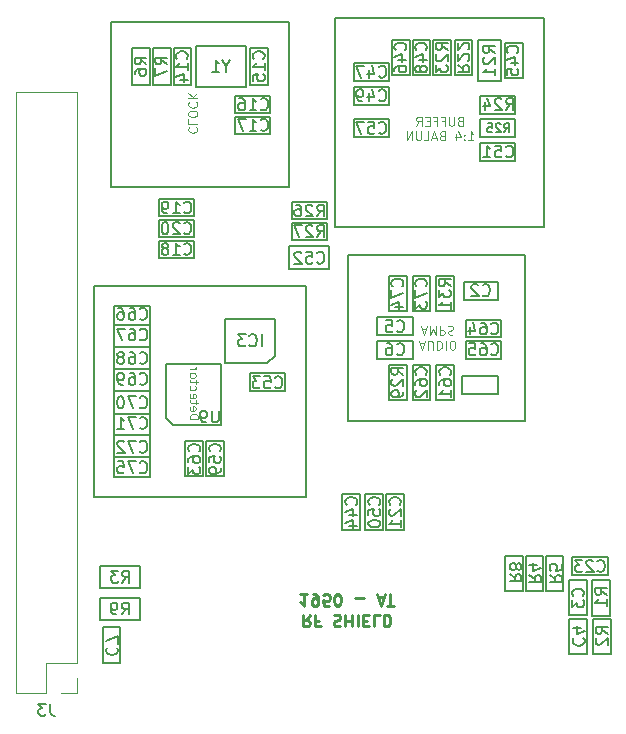
<source format=gbo>
G04 #@! TF.GenerationSoftware,KiCad,Pcbnew,(5.1.4)-1*
G04 #@! TF.CreationDate,2019-12-12T20:12:38+01:00*
G04 #@! TF.ProjectId,rf-receiver,72662d72-6563-4656-9976-65722e6b6963,Rev 2*
G04 #@! TF.SameCoordinates,Original*
G04 #@! TF.FileFunction,Legend,Bot*
G04 #@! TF.FilePolarity,Positive*
%FSLAX46Y46*%
G04 Gerber Fmt 4.6, Leading zero omitted, Abs format (unit mm)*
G04 Created by KiCad (PCBNEW (5.1.4)-1) date 2019-12-12 20:12:38*
%MOMM*%
%LPD*%
G04 APERTURE LIST*
%ADD10C,0.150000*%
%ADD11C,0.250000*%
%ADD12C,0.125000*%
%ADD13C,0.120000*%
G04 APERTURE END LIST*
D10*
X83750000Y-113000000D02*
X83750000Y-110000000D01*
X85250000Y-113000000D02*
X83750000Y-113000000D01*
X85250000Y-110000000D02*
X85250000Y-113000000D01*
X83750000Y-110000000D02*
X85250000Y-110000000D01*
X86950000Y-107500000D02*
X86950000Y-109400000D01*
X83550000Y-107500000D02*
X86950000Y-107500000D01*
X86950000Y-109400000D02*
X83550000Y-109400000D01*
X83550000Y-109400000D02*
X83550000Y-107500000D01*
X83550000Y-106700000D02*
X83550000Y-104800000D01*
X86950000Y-106700000D02*
X83550000Y-106700000D01*
X86950000Y-104800000D02*
X86950000Y-106700000D01*
X83550000Y-104800000D02*
X86950000Y-104800000D01*
X104050000Y-101750000D02*
X104050000Y-98750000D01*
X104050000Y-98750000D02*
X105550000Y-98750000D01*
X105550000Y-101750000D02*
X104050000Y-101750000D01*
X105550000Y-98750000D02*
X105550000Y-101750000D01*
X106000000Y-101750000D02*
X106000000Y-98750000D01*
X106000000Y-98750000D02*
X107500000Y-98750000D01*
X107500000Y-101750000D02*
X106000000Y-101750000D01*
X107500000Y-98750000D02*
X107500000Y-101750000D01*
X107750000Y-101750000D02*
X107750000Y-98750000D01*
X107750000Y-98750000D02*
X109250000Y-98750000D01*
X109250000Y-101750000D02*
X107750000Y-101750000D01*
X109250000Y-98750000D02*
X109250000Y-101750000D01*
X117850000Y-106950000D02*
X117850000Y-103950000D01*
X117850000Y-103950000D02*
X119350000Y-103950000D01*
X119350000Y-106950000D02*
X117850000Y-106950000D01*
X119350000Y-103950000D02*
X119350000Y-106950000D01*
X119550000Y-106950000D02*
X119550000Y-103950000D01*
X119550000Y-103950000D02*
X121050000Y-103950000D01*
X121050000Y-106950000D02*
X119550000Y-106950000D01*
X121050000Y-103950000D02*
X121050000Y-106950000D01*
X121250000Y-106950000D02*
X121250000Y-103950000D01*
X121250000Y-103950000D02*
X122750000Y-103950000D01*
X122750000Y-106950000D02*
X121250000Y-106950000D01*
X122750000Y-103950000D02*
X122750000Y-106950000D01*
X126500000Y-105550000D02*
X123500000Y-105550000D01*
X123500000Y-105550000D02*
X123500000Y-104050000D01*
X126500000Y-104050000D02*
X126500000Y-105550000D01*
X123500000Y-104050000D02*
X126500000Y-104050000D01*
X123250000Y-108950000D02*
X123250000Y-105950000D01*
X123250000Y-105950000D02*
X124750000Y-105950000D01*
X124750000Y-108950000D02*
X123250000Y-108950000D01*
X124750000Y-105950000D02*
X124750000Y-108950000D01*
X125200000Y-109000000D02*
X125200000Y-106000000D01*
X125200000Y-106000000D02*
X126700000Y-106000000D01*
X126700000Y-109000000D02*
X125200000Y-109000000D01*
X126700000Y-106000000D02*
X126700000Y-109000000D01*
X125250000Y-112250000D02*
X125250000Y-109250000D01*
X125250000Y-109250000D02*
X126750000Y-109250000D01*
X126750000Y-112250000D02*
X125250000Y-112250000D01*
X126750000Y-109250000D02*
X126750000Y-112250000D01*
X123250000Y-112250000D02*
X123250000Y-109250000D01*
X124750000Y-112250000D02*
X123250000Y-112250000D01*
X124750000Y-109250000D02*
X124750000Y-112250000D01*
X123250000Y-109250000D02*
X124750000Y-109250000D01*
X91500000Y-77250000D02*
X88500000Y-77250000D01*
X91500000Y-78700000D02*
X91500000Y-77250000D01*
X88500000Y-78700000D02*
X91500000Y-78700000D01*
X88500000Y-77250000D02*
X88500000Y-78700000D01*
X91500000Y-75500000D02*
X88500000Y-75500000D01*
X91500000Y-76950000D02*
X91500000Y-75500000D01*
X88500000Y-76950000D02*
X91500000Y-76950000D01*
X88500000Y-75500000D02*
X88500000Y-76950000D01*
X91500000Y-73750000D02*
X88500000Y-73750000D01*
X91500000Y-75200000D02*
X91500000Y-73750000D01*
X88500000Y-75200000D02*
X91500000Y-75200000D01*
X88500000Y-73750000D02*
X88500000Y-75200000D01*
X99550000Y-79700000D02*
X99550000Y-77750000D01*
X102950000Y-79700000D02*
X99550000Y-79700000D01*
X102950000Y-77750000D02*
X102950000Y-79700000D01*
X99550000Y-77750000D02*
X102950000Y-77750000D01*
X102750000Y-75750000D02*
X99750000Y-75750000D01*
X102750000Y-77200000D02*
X102750000Y-75750000D01*
X99750000Y-77200000D02*
X102750000Y-77200000D01*
X99750000Y-75750000D02*
X99750000Y-77200000D01*
X102750000Y-74000000D02*
X99750000Y-74000000D01*
X102750000Y-75450000D02*
X102750000Y-74000000D01*
X99750000Y-75450000D02*
X102750000Y-75450000D01*
X99750000Y-74000000D02*
X99750000Y-75450000D01*
X92250000Y-97200000D02*
X92250000Y-94250000D01*
X90750000Y-97200000D02*
X92250000Y-97200000D01*
X90750000Y-94250000D02*
X90750000Y-97200000D01*
X92250000Y-94250000D02*
X90750000Y-94250000D01*
X94000000Y-97200000D02*
X94000000Y-94250000D01*
X92500000Y-97200000D02*
X94000000Y-97200000D01*
X92500000Y-94250000D02*
X92500000Y-97200000D01*
X94000000Y-94250000D02*
X92500000Y-94250000D01*
X99200000Y-88500000D02*
X96250000Y-88500000D01*
X99200000Y-89950000D02*
X99200000Y-88500000D01*
X96250000Y-89950000D02*
X99200000Y-89950000D01*
X96250000Y-88500000D02*
X96250000Y-89950000D01*
X93800000Y-92900000D02*
X93800000Y-87700000D01*
X89700000Y-92900000D02*
X93800000Y-92900000D01*
X89100000Y-92300000D02*
X89700000Y-92900000D01*
X89100000Y-87700000D02*
X89100000Y-92300000D01*
X93800000Y-87700000D02*
X89100000Y-87700000D01*
X94100000Y-83900000D02*
X98300000Y-83900000D01*
X94100000Y-87600000D02*
X94100000Y-83900000D01*
X97700000Y-87600000D02*
X94100000Y-87600000D01*
X98300000Y-87000000D02*
X97700000Y-87600000D01*
X98300000Y-83900000D02*
X98300000Y-87000000D01*
D11*
X101304761Y-108922619D02*
X100971428Y-109398809D01*
X100733333Y-108922619D02*
X100733333Y-109922619D01*
X101114285Y-109922619D01*
X101209523Y-109875000D01*
X101257142Y-109827380D01*
X101304761Y-109732142D01*
X101304761Y-109589285D01*
X101257142Y-109494047D01*
X101209523Y-109446428D01*
X101114285Y-109398809D01*
X100733333Y-109398809D01*
X102066666Y-109446428D02*
X101733333Y-109446428D01*
X101733333Y-108922619D02*
X101733333Y-109922619D01*
X102209523Y-109922619D01*
X103304761Y-108970238D02*
X103447619Y-108922619D01*
X103685714Y-108922619D01*
X103780952Y-108970238D01*
X103828571Y-109017857D01*
X103876190Y-109113095D01*
X103876190Y-109208333D01*
X103828571Y-109303571D01*
X103780952Y-109351190D01*
X103685714Y-109398809D01*
X103495238Y-109446428D01*
X103400000Y-109494047D01*
X103352380Y-109541666D01*
X103304761Y-109636904D01*
X103304761Y-109732142D01*
X103352380Y-109827380D01*
X103400000Y-109875000D01*
X103495238Y-109922619D01*
X103733333Y-109922619D01*
X103876190Y-109875000D01*
X104304761Y-108922619D02*
X104304761Y-109922619D01*
X104304761Y-109446428D02*
X104876190Y-109446428D01*
X104876190Y-108922619D02*
X104876190Y-109922619D01*
X105352380Y-108922619D02*
X105352380Y-109922619D01*
X105828571Y-109446428D02*
X106161904Y-109446428D01*
X106304761Y-108922619D02*
X105828571Y-108922619D01*
X105828571Y-109922619D01*
X106304761Y-109922619D01*
X107209523Y-108922619D02*
X106733333Y-108922619D01*
X106733333Y-109922619D01*
X107542857Y-108922619D02*
X107542857Y-109922619D01*
X107780952Y-109922619D01*
X107923809Y-109875000D01*
X108019047Y-109779761D01*
X108066666Y-109684523D01*
X108114285Y-109494047D01*
X108114285Y-109351190D01*
X108066666Y-109160714D01*
X108019047Y-109065476D01*
X107923809Y-108970238D01*
X107780952Y-108922619D01*
X107542857Y-108922619D01*
X101066666Y-107172619D02*
X100495238Y-107172619D01*
X100780952Y-107172619D02*
X100780952Y-108172619D01*
X100685714Y-108029761D01*
X100590476Y-107934523D01*
X100495238Y-107886904D01*
X101542857Y-107172619D02*
X101733333Y-107172619D01*
X101828571Y-107220238D01*
X101876190Y-107267857D01*
X101971428Y-107410714D01*
X102019047Y-107601190D01*
X102019047Y-107982142D01*
X101971428Y-108077380D01*
X101923809Y-108125000D01*
X101828571Y-108172619D01*
X101638095Y-108172619D01*
X101542857Y-108125000D01*
X101495238Y-108077380D01*
X101447619Y-107982142D01*
X101447619Y-107744047D01*
X101495238Y-107648809D01*
X101542857Y-107601190D01*
X101638095Y-107553571D01*
X101828571Y-107553571D01*
X101923809Y-107601190D01*
X101971428Y-107648809D01*
X102019047Y-107744047D01*
X102923809Y-108172619D02*
X102447619Y-108172619D01*
X102400000Y-107696428D01*
X102447619Y-107744047D01*
X102542857Y-107791666D01*
X102780952Y-107791666D01*
X102876190Y-107744047D01*
X102923809Y-107696428D01*
X102971428Y-107601190D01*
X102971428Y-107363095D01*
X102923809Y-107267857D01*
X102876190Y-107220238D01*
X102780952Y-107172619D01*
X102542857Y-107172619D01*
X102447619Y-107220238D01*
X102400000Y-107267857D01*
X103590476Y-108172619D02*
X103685714Y-108172619D01*
X103780952Y-108125000D01*
X103828571Y-108077380D01*
X103876190Y-107982142D01*
X103923809Y-107791666D01*
X103923809Y-107553571D01*
X103876190Y-107363095D01*
X103828571Y-107267857D01*
X103780952Y-107220238D01*
X103685714Y-107172619D01*
X103590476Y-107172619D01*
X103495238Y-107220238D01*
X103447619Y-107267857D01*
X103400000Y-107363095D01*
X103352380Y-107553571D01*
X103352380Y-107791666D01*
X103400000Y-107982142D01*
X103447619Y-108077380D01*
X103495238Y-108125000D01*
X103590476Y-108172619D01*
X105114285Y-107553571D02*
X105876190Y-107553571D01*
X107066666Y-107458333D02*
X107542857Y-107458333D01*
X106971428Y-107172619D02*
X107304761Y-108172619D01*
X107638095Y-107172619D01*
X107828571Y-108172619D02*
X108400000Y-108172619D01*
X108114285Y-107172619D02*
X108114285Y-108172619D01*
D10*
X115700000Y-70500000D02*
X115700000Y-69000000D01*
X118700000Y-70500000D02*
X115700000Y-70500000D01*
X118700000Y-69000000D02*
X118700000Y-70500000D01*
X115700000Y-69000000D02*
X118700000Y-69000000D01*
X115700000Y-68500000D02*
X115700000Y-67000000D01*
X118700000Y-68500000D02*
X115700000Y-68500000D01*
X118700000Y-67000000D02*
X118700000Y-68500000D01*
X115700000Y-67000000D02*
X118700000Y-67000000D01*
X115700000Y-65000000D02*
X115800000Y-65000000D01*
X115700000Y-66500000D02*
X115700000Y-65000000D01*
X118700000Y-66500000D02*
X115700000Y-66500000D01*
X118700000Y-65000000D02*
X118700000Y-66500000D01*
X115800000Y-65000000D02*
X118700000Y-65000000D01*
D12*
X113996428Y-67121428D02*
X113889285Y-67157142D01*
X113853571Y-67192857D01*
X113817857Y-67264285D01*
X113817857Y-67371428D01*
X113853571Y-67442857D01*
X113889285Y-67478571D01*
X113960714Y-67514285D01*
X114246428Y-67514285D01*
X114246428Y-66764285D01*
X113996428Y-66764285D01*
X113925000Y-66800000D01*
X113889285Y-66835714D01*
X113853571Y-66907142D01*
X113853571Y-66978571D01*
X113889285Y-67050000D01*
X113925000Y-67085714D01*
X113996428Y-67121428D01*
X114246428Y-67121428D01*
X113496428Y-66764285D02*
X113496428Y-67371428D01*
X113460714Y-67442857D01*
X113425000Y-67478571D01*
X113353571Y-67514285D01*
X113210714Y-67514285D01*
X113139285Y-67478571D01*
X113103571Y-67442857D01*
X113067857Y-67371428D01*
X113067857Y-66764285D01*
X112460714Y-67121428D02*
X112710714Y-67121428D01*
X112710714Y-67514285D02*
X112710714Y-66764285D01*
X112353571Y-66764285D01*
X111817857Y-67121428D02*
X112067857Y-67121428D01*
X112067857Y-67514285D02*
X112067857Y-66764285D01*
X111710714Y-66764285D01*
X111425000Y-67121428D02*
X111175000Y-67121428D01*
X111067857Y-67514285D02*
X111425000Y-67514285D01*
X111425000Y-66764285D01*
X111067857Y-66764285D01*
X110317857Y-67514285D02*
X110567857Y-67157142D01*
X110746428Y-67514285D02*
X110746428Y-66764285D01*
X110460714Y-66764285D01*
X110389285Y-66800000D01*
X110353571Y-66835714D01*
X110317857Y-66907142D01*
X110317857Y-67014285D01*
X110353571Y-67085714D01*
X110389285Y-67121428D01*
X110460714Y-67157142D01*
X110746428Y-67157142D01*
X114692857Y-68764285D02*
X115121428Y-68764285D01*
X114907142Y-68764285D02*
X114907142Y-68014285D01*
X114978571Y-68121428D01*
X115050000Y-68192857D01*
X115121428Y-68228571D01*
X114371428Y-68692857D02*
X114335714Y-68728571D01*
X114371428Y-68764285D01*
X114407142Y-68728571D01*
X114371428Y-68692857D01*
X114371428Y-68764285D01*
X114371428Y-68300000D02*
X114335714Y-68335714D01*
X114371428Y-68371428D01*
X114407142Y-68335714D01*
X114371428Y-68300000D01*
X114371428Y-68371428D01*
X113692857Y-68264285D02*
X113692857Y-68764285D01*
X113871428Y-67978571D02*
X114050000Y-68514285D01*
X113585714Y-68514285D01*
X112478571Y-68371428D02*
X112371428Y-68407142D01*
X112335714Y-68442857D01*
X112300000Y-68514285D01*
X112300000Y-68621428D01*
X112335714Y-68692857D01*
X112371428Y-68728571D01*
X112442857Y-68764285D01*
X112728571Y-68764285D01*
X112728571Y-68014285D01*
X112478571Y-68014285D01*
X112407142Y-68050000D01*
X112371428Y-68085714D01*
X112335714Y-68157142D01*
X112335714Y-68228571D01*
X112371428Y-68300000D01*
X112407142Y-68335714D01*
X112478571Y-68371428D01*
X112728571Y-68371428D01*
X112014285Y-68550000D02*
X111657142Y-68550000D01*
X112085714Y-68764285D02*
X111835714Y-68014285D01*
X111585714Y-68764285D01*
X110978571Y-68764285D02*
X111335714Y-68764285D01*
X111335714Y-68014285D01*
X110728571Y-68014285D02*
X110728571Y-68621428D01*
X110692857Y-68692857D01*
X110657142Y-68728571D01*
X110585714Y-68764285D01*
X110442857Y-68764285D01*
X110371428Y-68728571D01*
X110335714Y-68692857D01*
X110300000Y-68621428D01*
X110300000Y-68014285D01*
X109942857Y-68764285D02*
X109942857Y-68014285D01*
X109514285Y-68764285D01*
X109514285Y-68014285D01*
X91082142Y-67664285D02*
X91046428Y-67700000D01*
X91010714Y-67807142D01*
X91010714Y-67878571D01*
X91046428Y-67985714D01*
X91117857Y-68057142D01*
X91189285Y-68092857D01*
X91332142Y-68128571D01*
X91439285Y-68128571D01*
X91582142Y-68092857D01*
X91653571Y-68057142D01*
X91725000Y-67985714D01*
X91760714Y-67878571D01*
X91760714Y-67807142D01*
X91725000Y-67700000D01*
X91689285Y-67664285D01*
X91010714Y-66985714D02*
X91010714Y-67342857D01*
X91760714Y-67342857D01*
X91760714Y-66592857D02*
X91760714Y-66450000D01*
X91725000Y-66378571D01*
X91653571Y-66307142D01*
X91510714Y-66271428D01*
X91260714Y-66271428D01*
X91117857Y-66307142D01*
X91046428Y-66378571D01*
X91010714Y-66450000D01*
X91010714Y-66592857D01*
X91046428Y-66664285D01*
X91117857Y-66735714D01*
X91260714Y-66771428D01*
X91510714Y-66771428D01*
X91653571Y-66735714D01*
X91725000Y-66664285D01*
X91760714Y-66592857D01*
X91082142Y-65521428D02*
X91046428Y-65557142D01*
X91010714Y-65664285D01*
X91010714Y-65735714D01*
X91046428Y-65842857D01*
X91117857Y-65914285D01*
X91189285Y-65950000D01*
X91332142Y-65985714D01*
X91439285Y-65985714D01*
X91582142Y-65950000D01*
X91653571Y-65914285D01*
X91725000Y-65842857D01*
X91760714Y-65735714D01*
X91760714Y-65664285D01*
X91725000Y-65557142D01*
X91689285Y-65521428D01*
X91010714Y-65200000D02*
X91760714Y-65200000D01*
X91010714Y-64771428D02*
X91439285Y-65092857D01*
X91760714Y-64771428D02*
X91332142Y-65200000D01*
X91110714Y-92360714D02*
X91860714Y-92360714D01*
X91860714Y-92182142D01*
X91825000Y-92075000D01*
X91753571Y-92003571D01*
X91682142Y-91967857D01*
X91539285Y-91932142D01*
X91432142Y-91932142D01*
X91289285Y-91967857D01*
X91217857Y-92003571D01*
X91146428Y-92075000D01*
X91110714Y-92182142D01*
X91110714Y-92360714D01*
X91146428Y-91325000D02*
X91110714Y-91396428D01*
X91110714Y-91539285D01*
X91146428Y-91610714D01*
X91217857Y-91646428D01*
X91503571Y-91646428D01*
X91575000Y-91610714D01*
X91610714Y-91539285D01*
X91610714Y-91396428D01*
X91575000Y-91325000D01*
X91503571Y-91289285D01*
X91432142Y-91289285D01*
X91360714Y-91646428D01*
X91610714Y-91075000D02*
X91610714Y-90789285D01*
X91860714Y-90967857D02*
X91217857Y-90967857D01*
X91146428Y-90932142D01*
X91110714Y-90860714D01*
X91110714Y-90789285D01*
X91146428Y-90253571D02*
X91110714Y-90325000D01*
X91110714Y-90467857D01*
X91146428Y-90539285D01*
X91217857Y-90575000D01*
X91503571Y-90575000D01*
X91575000Y-90539285D01*
X91610714Y-90467857D01*
X91610714Y-90325000D01*
X91575000Y-90253571D01*
X91503571Y-90217857D01*
X91432142Y-90217857D01*
X91360714Y-90575000D01*
X91146428Y-89575000D02*
X91110714Y-89646428D01*
X91110714Y-89789285D01*
X91146428Y-89860714D01*
X91182142Y-89896428D01*
X91253571Y-89932142D01*
X91467857Y-89932142D01*
X91539285Y-89896428D01*
X91575000Y-89860714D01*
X91610714Y-89789285D01*
X91610714Y-89646428D01*
X91575000Y-89575000D01*
X91610714Y-89360714D02*
X91610714Y-89075000D01*
X91860714Y-89253571D02*
X91217857Y-89253571D01*
X91146428Y-89217857D01*
X91110714Y-89146428D01*
X91110714Y-89075000D01*
X91110714Y-88717857D02*
X91146428Y-88789285D01*
X91182142Y-88825000D01*
X91253571Y-88860714D01*
X91467857Y-88860714D01*
X91539285Y-88825000D01*
X91575000Y-88789285D01*
X91610714Y-88717857D01*
X91610714Y-88610714D01*
X91575000Y-88539285D01*
X91539285Y-88503571D01*
X91467857Y-88467857D01*
X91253571Y-88467857D01*
X91182142Y-88503571D01*
X91146428Y-88539285D01*
X91110714Y-88610714D01*
X91110714Y-88717857D01*
X91110714Y-88146428D02*
X91610714Y-88146428D01*
X91467857Y-88146428D02*
X91539285Y-88110714D01*
X91575000Y-88075000D01*
X91610714Y-88003571D01*
X91610714Y-87932142D01*
X110582142Y-85950000D02*
X110939285Y-85950000D01*
X110510714Y-85735714D02*
X110760714Y-86485714D01*
X111010714Y-85735714D01*
X111260714Y-86485714D02*
X111260714Y-85878571D01*
X111296428Y-85807142D01*
X111332142Y-85771428D01*
X111403571Y-85735714D01*
X111546428Y-85735714D01*
X111617857Y-85771428D01*
X111653571Y-85807142D01*
X111689285Y-85878571D01*
X111689285Y-86485714D01*
X112046428Y-85735714D02*
X112046428Y-86485714D01*
X112225000Y-86485714D01*
X112332142Y-86450000D01*
X112403571Y-86378571D01*
X112439285Y-86307142D01*
X112475000Y-86164285D01*
X112475000Y-86057142D01*
X112439285Y-85914285D01*
X112403571Y-85842857D01*
X112332142Y-85771428D01*
X112225000Y-85735714D01*
X112046428Y-85735714D01*
X112796428Y-85735714D02*
X112796428Y-86485714D01*
X113296428Y-86485714D02*
X113439285Y-86485714D01*
X113510714Y-86450000D01*
X113582142Y-86378571D01*
X113617857Y-86235714D01*
X113617857Y-85985714D01*
X113582142Y-85842857D01*
X113510714Y-85771428D01*
X113439285Y-85735714D01*
X113296428Y-85735714D01*
X113225000Y-85771428D01*
X113153571Y-85842857D01*
X113117857Y-85985714D01*
X113117857Y-86235714D01*
X113153571Y-86378571D01*
X113225000Y-86450000D01*
X113296428Y-86485714D01*
X110760714Y-84700000D02*
X111117857Y-84700000D01*
X110689285Y-84485714D02*
X110939285Y-85235714D01*
X111189285Y-84485714D01*
X111439285Y-84485714D02*
X111439285Y-85235714D01*
X111689285Y-84700000D01*
X111939285Y-85235714D01*
X111939285Y-84485714D01*
X112296428Y-84485714D02*
X112296428Y-85235714D01*
X112582142Y-85235714D01*
X112653571Y-85200000D01*
X112689285Y-85164285D01*
X112725000Y-85092857D01*
X112725000Y-84985714D01*
X112689285Y-84914285D01*
X112653571Y-84878571D01*
X112582142Y-84842857D01*
X112296428Y-84842857D01*
X113010714Y-84521428D02*
X113117857Y-84485714D01*
X113296428Y-84485714D01*
X113367857Y-84521428D01*
X113403571Y-84557142D01*
X113439285Y-84628571D01*
X113439285Y-84700000D01*
X113403571Y-84771428D01*
X113367857Y-84807142D01*
X113296428Y-84842857D01*
X113153571Y-84878571D01*
X113082142Y-84914285D01*
X113046428Y-84950000D01*
X113010714Y-85021428D01*
X113010714Y-85092857D01*
X113046428Y-85164285D01*
X113082142Y-85200000D01*
X113153571Y-85235714D01*
X113332142Y-85235714D01*
X113439285Y-85200000D01*
D10*
X119500000Y-78450000D02*
X119500000Y-92550000D01*
X104500000Y-78450000D02*
X119500000Y-78450000D01*
X104500000Y-92550000D02*
X104500000Y-78450000D01*
X119500000Y-92550000D02*
X104500000Y-92550000D01*
X84450000Y-58750000D02*
X99550000Y-58750000D01*
X84450000Y-72750000D02*
X84450000Y-58750000D01*
X99550000Y-72750000D02*
X84450000Y-72750000D01*
X99550000Y-58750000D02*
X99550000Y-72750000D01*
X103400000Y-76100000D02*
X103400000Y-58400000D01*
X121100000Y-76100000D02*
X103400000Y-76100000D01*
X121100000Y-58400000D02*
X121100000Y-76100000D01*
X103400000Y-58400000D02*
X121100000Y-58400000D01*
X100950000Y-81100000D02*
X100950000Y-81200000D01*
X83050000Y-81100000D02*
X100950000Y-81100000D01*
X83050000Y-99000000D02*
X83050000Y-81100000D01*
X100950000Y-99000000D02*
X83050000Y-99000000D01*
X100950000Y-81200000D02*
X100950000Y-99000000D01*
X86250000Y-60950000D02*
X87750000Y-60950000D01*
X86250000Y-64050000D02*
X86250000Y-60950000D01*
X87750000Y-64050000D02*
X86250000Y-64050000D01*
X87750000Y-60950000D02*
X87750000Y-64050000D01*
X89450000Y-60950000D02*
X89550000Y-60950000D01*
X88050000Y-60950000D02*
X89450000Y-60950000D01*
X88050000Y-64050000D02*
X88050000Y-60950000D01*
X89550000Y-64050000D02*
X88050000Y-64050000D01*
X89550000Y-60950000D02*
X89550000Y-64050000D01*
X89750000Y-60950000D02*
X91250000Y-60950000D01*
X89750000Y-64050000D02*
X89750000Y-60950000D01*
X91250000Y-64050000D02*
X89750000Y-64050000D01*
X91250000Y-60950000D02*
X91250000Y-64050000D01*
X97950000Y-68250000D02*
X97950000Y-66750000D01*
X94950000Y-68250000D02*
X97950000Y-68250000D01*
X94950000Y-66750000D02*
X94950000Y-68250000D01*
X97950000Y-66750000D02*
X94950000Y-66750000D01*
X97950000Y-66450000D02*
X97950000Y-65050000D01*
X94950000Y-66450000D02*
X97950000Y-66450000D01*
X94950000Y-65050000D02*
X94950000Y-66450000D01*
X97950000Y-65050000D02*
X94950000Y-65050000D01*
X91650000Y-60750000D02*
X95850000Y-60750000D01*
X91650000Y-64250000D02*
X91650000Y-60750000D01*
X95850000Y-64250000D02*
X91650000Y-64250000D01*
X95850000Y-60750000D02*
X95850000Y-64250000D01*
X96250000Y-60950000D02*
X97750000Y-60950000D01*
X96250000Y-64050000D02*
X96250000Y-60950000D01*
X97750000Y-64050000D02*
X96250000Y-64050000D01*
X97750000Y-60950000D02*
X97750000Y-64050000D01*
X109500000Y-87750000D02*
X109500000Y-90750000D01*
X108000000Y-87750000D02*
X109500000Y-87750000D01*
X108000000Y-90750000D02*
X108000000Y-87750000D01*
X109500000Y-90750000D02*
X108000000Y-90750000D01*
X111500000Y-87750000D02*
X111500000Y-90750000D01*
X110000000Y-87750000D02*
X111500000Y-87750000D01*
X110000000Y-90750000D02*
X110000000Y-87750000D01*
X111500000Y-90750000D02*
X110000000Y-90750000D01*
X113500000Y-87750000D02*
X113500000Y-90750000D01*
X112000000Y-87750000D02*
X113500000Y-87750000D01*
X112000000Y-90750000D02*
X112000000Y-87750000D01*
X113500000Y-90750000D02*
X112000000Y-90750000D01*
X110000000Y-83750000D02*
X110000000Y-85250000D01*
X107000000Y-83750000D02*
X110000000Y-83750000D01*
X107000000Y-85250000D02*
X107000000Y-83750000D01*
X110000000Y-85250000D02*
X107000000Y-85250000D01*
X110000000Y-85750000D02*
X110000000Y-87250000D01*
X107000000Y-85750000D02*
X110000000Y-85750000D01*
X107000000Y-87250000D02*
X107000000Y-85750000D01*
X110000000Y-87250000D02*
X107000000Y-87250000D01*
X109500000Y-80250000D02*
X109500000Y-83250000D01*
X108000000Y-80250000D02*
X109500000Y-80250000D01*
X108000000Y-83250000D02*
X108000000Y-80250000D01*
X109500000Y-83250000D02*
X108000000Y-83250000D01*
X111500000Y-80250000D02*
X111500000Y-83250000D01*
X110000000Y-80250000D02*
X111500000Y-80250000D01*
X110000000Y-83250000D02*
X110000000Y-80250000D01*
X111500000Y-83250000D02*
X110000000Y-83250000D01*
X113500000Y-80250000D02*
X113500000Y-83250000D01*
X112000000Y-80250000D02*
X113500000Y-80250000D01*
X112000000Y-83250000D02*
X112000000Y-80250000D01*
X113500000Y-83250000D02*
X112000000Y-83250000D01*
X114300000Y-82250000D02*
X117200000Y-82250000D01*
X114300000Y-80750000D02*
X114300000Y-82250000D01*
X117200000Y-80750000D02*
X114300000Y-80750000D01*
X117200000Y-82250000D02*
X117200000Y-80750000D01*
X114500000Y-85450000D02*
X117500000Y-85450000D01*
X114500000Y-83950000D02*
X114500000Y-85450000D01*
X117500000Y-83950000D02*
X114500000Y-83950000D01*
X117500000Y-85450000D02*
X117500000Y-83950000D01*
X117500000Y-85750000D02*
X117500000Y-87250000D01*
X114500000Y-85750000D02*
X117500000Y-85750000D01*
X114500000Y-87250000D02*
X114500000Y-85750000D01*
X117500000Y-87250000D02*
X114500000Y-87250000D01*
X114200000Y-90250000D02*
X117200000Y-90250000D01*
X114200000Y-88750000D02*
X114200000Y-90250000D01*
X117200000Y-88750000D02*
X114200000Y-88750000D01*
X117200000Y-90250000D02*
X117200000Y-88750000D01*
X84750000Y-95600000D02*
X87750000Y-95600000D01*
X87750000Y-93700000D02*
X84750000Y-93700000D01*
X87750000Y-91900000D02*
X84750000Y-91900000D01*
X84750000Y-90000000D02*
X87750000Y-90000000D01*
X87750000Y-88100000D02*
X84750000Y-88100000D01*
X84750000Y-86300000D02*
X87750000Y-86300000D01*
X87750000Y-84400000D02*
X84750000Y-84400000D01*
X87750000Y-97300000D02*
X87750000Y-82800000D01*
X84750000Y-97300000D02*
X87750000Y-97300000D01*
X84750000Y-82800000D02*
X84750000Y-97300000D01*
X87750000Y-82800000D02*
X84750000Y-82800000D01*
X119300000Y-60500000D02*
X117800000Y-60500000D01*
X119300000Y-63500000D02*
X119300000Y-60500000D01*
X117800000Y-63500000D02*
X119300000Y-63500000D01*
X117800000Y-60500000D02*
X117800000Y-63500000D01*
X117450000Y-60300000D02*
X115550000Y-60300000D01*
X117450000Y-63700000D02*
X117450000Y-60300000D01*
X115550000Y-63700000D02*
X117450000Y-63700000D01*
X115550000Y-60300000D02*
X115550000Y-63700000D01*
X113550000Y-63250000D02*
X113550000Y-60250000D01*
X115050000Y-63250000D02*
X113550000Y-63250000D01*
X115050000Y-60250000D02*
X115050000Y-63250000D01*
X113550000Y-60250000D02*
X115050000Y-60250000D01*
X113250000Y-60250000D02*
X111750000Y-60250000D01*
X113250000Y-63250000D02*
X113250000Y-60250000D01*
X111750000Y-63250000D02*
X113250000Y-63250000D01*
X111750000Y-60250000D02*
X111750000Y-63250000D01*
X111500000Y-60250000D02*
X110000000Y-60250000D01*
X111500000Y-60250000D02*
X111500000Y-63250000D01*
X110000000Y-63250000D02*
X111500000Y-63250000D01*
X110000000Y-60250000D02*
X110000000Y-63250000D01*
X108250000Y-60250000D02*
X108250000Y-63250000D01*
X109750000Y-60250000D02*
X108250000Y-60250000D01*
X109750000Y-63250000D02*
X109750000Y-60250000D01*
X108250000Y-63250000D02*
X109750000Y-63250000D01*
X108000000Y-62250000D02*
X105000000Y-62250000D01*
X108000000Y-63750000D02*
X108000000Y-62250000D01*
X105000000Y-63750000D02*
X108000000Y-63750000D01*
X105000000Y-62250000D02*
X105000000Y-63750000D01*
X108000000Y-64250000D02*
X105000000Y-64250000D01*
X108000000Y-65750000D02*
X108000000Y-64250000D01*
X105000000Y-65750000D02*
X108000000Y-65750000D01*
X105000000Y-64250000D02*
X105000000Y-65750000D01*
X105000000Y-67250000D02*
X105000000Y-67000000D01*
X105000000Y-68500000D02*
X105000000Y-67250000D01*
X108000000Y-68500000D02*
X105000000Y-68500000D01*
X108000000Y-67000000D02*
X108000000Y-68500000D01*
X105000000Y-67000000D02*
X108000000Y-67000000D01*
D13*
X80250000Y-115580000D02*
X81580000Y-115580000D01*
X81580000Y-115580000D02*
X81580000Y-114250000D01*
X78980000Y-115580000D02*
X78980000Y-112980000D01*
X78980000Y-112980000D02*
X81580000Y-112980000D01*
X81580000Y-112980000D02*
X81580000Y-64660000D01*
X76380000Y-64660000D02*
X81580000Y-64660000D01*
X76380000Y-115580000D02*
X76380000Y-64660000D01*
X76380000Y-115580000D02*
X78980000Y-115580000D01*
D10*
X85366666Y-108902380D02*
X85700000Y-108426190D01*
X85938095Y-108902380D02*
X85938095Y-107902380D01*
X85557142Y-107902380D01*
X85461904Y-107950000D01*
X85414285Y-107997619D01*
X85366666Y-108092857D01*
X85366666Y-108235714D01*
X85414285Y-108330952D01*
X85461904Y-108378571D01*
X85557142Y-108426190D01*
X85938095Y-108426190D01*
X84890476Y-108902380D02*
X84700000Y-108902380D01*
X84604761Y-108854761D01*
X84557142Y-108807142D01*
X84461904Y-108664285D01*
X84414285Y-108473809D01*
X84414285Y-108092857D01*
X84461904Y-107997619D01*
X84509523Y-107950000D01*
X84604761Y-107902380D01*
X84795238Y-107902380D01*
X84890476Y-107950000D01*
X84938095Y-107997619D01*
X84985714Y-108092857D01*
X84985714Y-108330952D01*
X84938095Y-108426190D01*
X84890476Y-108473809D01*
X84795238Y-108521428D01*
X84604761Y-108521428D01*
X84509523Y-108473809D01*
X84461904Y-108426190D01*
X84414285Y-108330952D01*
X118197619Y-105516666D02*
X118673809Y-105850000D01*
X118197619Y-106088095D02*
X119197619Y-106088095D01*
X119197619Y-105707142D01*
X119150000Y-105611904D01*
X119102380Y-105564285D01*
X119007142Y-105516666D01*
X118864285Y-105516666D01*
X118769047Y-105564285D01*
X118721428Y-105611904D01*
X118673809Y-105707142D01*
X118673809Y-106088095D01*
X118769047Y-104945238D02*
X118816666Y-105040476D01*
X118864285Y-105088095D01*
X118959523Y-105135714D01*
X119007142Y-105135714D01*
X119102380Y-105088095D01*
X119150000Y-105040476D01*
X119197619Y-104945238D01*
X119197619Y-104754761D01*
X119150000Y-104659523D01*
X119102380Y-104611904D01*
X119007142Y-104564285D01*
X118959523Y-104564285D01*
X118864285Y-104611904D01*
X118816666Y-104659523D01*
X118769047Y-104754761D01*
X118769047Y-104945238D01*
X118721428Y-105040476D01*
X118673809Y-105088095D01*
X118578571Y-105135714D01*
X118388095Y-105135714D01*
X118292857Y-105088095D01*
X118245238Y-105040476D01*
X118197619Y-104945238D01*
X118197619Y-104754761D01*
X118245238Y-104659523D01*
X118292857Y-104611904D01*
X118388095Y-104564285D01*
X118578571Y-104564285D01*
X118673809Y-104611904D01*
X118721428Y-104659523D01*
X118769047Y-104754761D01*
X121597619Y-105566666D02*
X122073809Y-105900000D01*
X121597619Y-106138095D02*
X122597619Y-106138095D01*
X122597619Y-105757142D01*
X122550000Y-105661904D01*
X122502380Y-105614285D01*
X122407142Y-105566666D01*
X122264285Y-105566666D01*
X122169047Y-105614285D01*
X122121428Y-105661904D01*
X122073809Y-105757142D01*
X122073809Y-106138095D01*
X122597619Y-104661904D02*
X122597619Y-105138095D01*
X122121428Y-105185714D01*
X122169047Y-105138095D01*
X122216666Y-105042857D01*
X122216666Y-104804761D01*
X122169047Y-104709523D01*
X122121428Y-104661904D01*
X122026190Y-104614285D01*
X121788095Y-104614285D01*
X121692857Y-104661904D01*
X121645238Y-104709523D01*
X121597619Y-104804761D01*
X121597619Y-105042857D01*
X121645238Y-105138095D01*
X121692857Y-105185714D01*
X119847619Y-105566666D02*
X120323809Y-105900000D01*
X119847619Y-106138095D02*
X120847619Y-106138095D01*
X120847619Y-105757142D01*
X120800000Y-105661904D01*
X120752380Y-105614285D01*
X120657142Y-105566666D01*
X120514285Y-105566666D01*
X120419047Y-105614285D01*
X120371428Y-105661904D01*
X120323809Y-105757142D01*
X120323809Y-106138095D01*
X120514285Y-104709523D02*
X119847619Y-104709523D01*
X120895238Y-104947619D02*
X120180952Y-105185714D01*
X120180952Y-104566666D01*
X85416666Y-106202380D02*
X85750000Y-105726190D01*
X85988095Y-106202380D02*
X85988095Y-105202380D01*
X85607142Y-105202380D01*
X85511904Y-105250000D01*
X85464285Y-105297619D01*
X85416666Y-105392857D01*
X85416666Y-105535714D01*
X85464285Y-105630952D01*
X85511904Y-105678571D01*
X85607142Y-105726190D01*
X85988095Y-105726190D01*
X85083333Y-105202380D02*
X84464285Y-105202380D01*
X84797619Y-105583333D01*
X84654761Y-105583333D01*
X84559523Y-105630952D01*
X84511904Y-105678571D01*
X84464285Y-105773809D01*
X84464285Y-106011904D01*
X84511904Y-106107142D01*
X84559523Y-106154761D01*
X84654761Y-106202380D01*
X84940476Y-106202380D01*
X85035714Y-106154761D01*
X85083333Y-106107142D01*
X125642857Y-105207142D02*
X125690476Y-105254761D01*
X125833333Y-105302380D01*
X125928571Y-105302380D01*
X126071428Y-105254761D01*
X126166666Y-105159523D01*
X126214285Y-105064285D01*
X126261904Y-104873809D01*
X126261904Y-104730952D01*
X126214285Y-104540476D01*
X126166666Y-104445238D01*
X126071428Y-104350000D01*
X125928571Y-104302380D01*
X125833333Y-104302380D01*
X125690476Y-104350000D01*
X125642857Y-104397619D01*
X125261904Y-104397619D02*
X125214285Y-104350000D01*
X125119047Y-104302380D01*
X124880952Y-104302380D01*
X124785714Y-104350000D01*
X124738095Y-104397619D01*
X124690476Y-104492857D01*
X124690476Y-104588095D01*
X124738095Y-104730952D01*
X125309523Y-105302380D01*
X124690476Y-105302380D01*
X124357142Y-104302380D02*
X123738095Y-104302380D01*
X124071428Y-104683333D01*
X123928571Y-104683333D01*
X123833333Y-104730952D01*
X123785714Y-104778571D01*
X123738095Y-104873809D01*
X123738095Y-105111904D01*
X123785714Y-105207142D01*
X123833333Y-105254761D01*
X123928571Y-105302380D01*
X124214285Y-105302380D01*
X124309523Y-105254761D01*
X124357142Y-105207142D01*
X84142857Y-111716666D02*
X84095238Y-111764285D01*
X84047619Y-111907142D01*
X84047619Y-112002380D01*
X84095238Y-112145238D01*
X84190476Y-112240476D01*
X84285714Y-112288095D01*
X84476190Y-112335714D01*
X84619047Y-112335714D01*
X84809523Y-112288095D01*
X84904761Y-112240476D01*
X85000000Y-112145238D01*
X85047619Y-112002380D01*
X85047619Y-111907142D01*
X85000000Y-111764285D01*
X84952380Y-111716666D01*
X85047619Y-111383333D02*
X85047619Y-110716666D01*
X84047619Y-111145238D01*
X101892857Y-79107142D02*
X101940476Y-79154761D01*
X102083333Y-79202380D01*
X102178571Y-79202380D01*
X102321428Y-79154761D01*
X102416666Y-79059523D01*
X102464285Y-78964285D01*
X102511904Y-78773809D01*
X102511904Y-78630952D01*
X102464285Y-78440476D01*
X102416666Y-78345238D01*
X102321428Y-78250000D01*
X102178571Y-78202380D01*
X102083333Y-78202380D01*
X101940476Y-78250000D01*
X101892857Y-78297619D01*
X100988095Y-78202380D02*
X101464285Y-78202380D01*
X101511904Y-78678571D01*
X101464285Y-78630952D01*
X101369047Y-78583333D01*
X101130952Y-78583333D01*
X101035714Y-78630952D01*
X100988095Y-78678571D01*
X100940476Y-78773809D01*
X100940476Y-79011904D01*
X100988095Y-79107142D01*
X101035714Y-79154761D01*
X101130952Y-79202380D01*
X101369047Y-79202380D01*
X101464285Y-79154761D01*
X101511904Y-79107142D01*
X100559523Y-78297619D02*
X100511904Y-78250000D01*
X100416666Y-78202380D01*
X100178571Y-78202380D01*
X100083333Y-78250000D01*
X100035714Y-78297619D01*
X99988095Y-78392857D01*
X99988095Y-78488095D01*
X100035714Y-78630952D01*
X100607142Y-79202380D01*
X99988095Y-79202380D01*
X93561904Y-91652380D02*
X93561904Y-92461904D01*
X93514285Y-92557142D01*
X93466666Y-92604761D01*
X93371428Y-92652380D01*
X93180952Y-92652380D01*
X93085714Y-92604761D01*
X93038095Y-92557142D01*
X92990476Y-92461904D01*
X92990476Y-91652380D01*
X92466666Y-92652380D02*
X92276190Y-92652380D01*
X92180952Y-92604761D01*
X92133333Y-92557142D01*
X92038095Y-92414285D01*
X91990476Y-92223809D01*
X91990476Y-91842857D01*
X92038095Y-91747619D01*
X92085714Y-91700000D01*
X92180952Y-91652380D01*
X92371428Y-91652380D01*
X92466666Y-91700000D01*
X92514285Y-91747619D01*
X92561904Y-91842857D01*
X92561904Y-92080952D01*
X92514285Y-92176190D01*
X92466666Y-92223809D01*
X92371428Y-92271428D01*
X92180952Y-92271428D01*
X92085714Y-92223809D01*
X92038095Y-92176190D01*
X91990476Y-92080952D01*
X97226190Y-86202380D02*
X97226190Y-85202380D01*
X96178571Y-86107142D02*
X96226190Y-86154761D01*
X96369047Y-86202380D01*
X96464285Y-86202380D01*
X96607142Y-86154761D01*
X96702380Y-86059523D01*
X96750000Y-85964285D01*
X96797619Y-85773809D01*
X96797619Y-85630952D01*
X96750000Y-85440476D01*
X96702380Y-85345238D01*
X96607142Y-85250000D01*
X96464285Y-85202380D01*
X96369047Y-85202380D01*
X96226190Y-85250000D01*
X96178571Y-85297619D01*
X95845238Y-85202380D02*
X95226190Y-85202380D01*
X95559523Y-85583333D01*
X95416666Y-85583333D01*
X95321428Y-85630952D01*
X95273809Y-85678571D01*
X95226190Y-85773809D01*
X95226190Y-86011904D01*
X95273809Y-86107142D01*
X95321428Y-86154761D01*
X95416666Y-86202380D01*
X95702380Y-86202380D01*
X95797619Y-86154761D01*
X95845238Y-86107142D01*
X108666666Y-84907142D02*
X108714285Y-84954761D01*
X108857142Y-85002380D01*
X108952380Y-85002380D01*
X109095238Y-84954761D01*
X109190476Y-84859523D01*
X109238095Y-84764285D01*
X109285714Y-84573809D01*
X109285714Y-84430952D01*
X109238095Y-84240476D01*
X109190476Y-84145238D01*
X109095238Y-84050000D01*
X108952380Y-84002380D01*
X108857142Y-84002380D01*
X108714285Y-84050000D01*
X108666666Y-84097619D01*
X107761904Y-84002380D02*
X108238095Y-84002380D01*
X108285714Y-84478571D01*
X108238095Y-84430952D01*
X108142857Y-84383333D01*
X107904761Y-84383333D01*
X107809523Y-84430952D01*
X107761904Y-84478571D01*
X107714285Y-84573809D01*
X107714285Y-84811904D01*
X107761904Y-84907142D01*
X107809523Y-84954761D01*
X107904761Y-85002380D01*
X108142857Y-85002380D01*
X108238095Y-84954761D01*
X108285714Y-84907142D01*
X90642857Y-78357142D02*
X90690476Y-78404761D01*
X90833333Y-78452380D01*
X90928571Y-78452380D01*
X91071428Y-78404761D01*
X91166666Y-78309523D01*
X91214285Y-78214285D01*
X91261904Y-78023809D01*
X91261904Y-77880952D01*
X91214285Y-77690476D01*
X91166666Y-77595238D01*
X91071428Y-77500000D01*
X90928571Y-77452380D01*
X90833333Y-77452380D01*
X90690476Y-77500000D01*
X90642857Y-77547619D01*
X89690476Y-78452380D02*
X90261904Y-78452380D01*
X89976190Y-78452380D02*
X89976190Y-77452380D01*
X90071428Y-77595238D01*
X90166666Y-77690476D01*
X90261904Y-77738095D01*
X89119047Y-77880952D02*
X89214285Y-77833333D01*
X89261904Y-77785714D01*
X89309523Y-77690476D01*
X89309523Y-77642857D01*
X89261904Y-77547619D01*
X89214285Y-77500000D01*
X89119047Y-77452380D01*
X88928571Y-77452380D01*
X88833333Y-77500000D01*
X88785714Y-77547619D01*
X88738095Y-77642857D01*
X88738095Y-77690476D01*
X88785714Y-77785714D01*
X88833333Y-77833333D01*
X88928571Y-77880952D01*
X89119047Y-77880952D01*
X89214285Y-77928571D01*
X89261904Y-77976190D01*
X89309523Y-78071428D01*
X89309523Y-78261904D01*
X89261904Y-78357142D01*
X89214285Y-78404761D01*
X89119047Y-78452380D01*
X88928571Y-78452380D01*
X88833333Y-78404761D01*
X88785714Y-78357142D01*
X88738095Y-78261904D01*
X88738095Y-78071428D01*
X88785714Y-77976190D01*
X88833333Y-77928571D01*
X88928571Y-77880952D01*
X90642857Y-74857142D02*
X90690476Y-74904761D01*
X90833333Y-74952380D01*
X90928571Y-74952380D01*
X91071428Y-74904761D01*
X91166666Y-74809523D01*
X91214285Y-74714285D01*
X91261904Y-74523809D01*
X91261904Y-74380952D01*
X91214285Y-74190476D01*
X91166666Y-74095238D01*
X91071428Y-74000000D01*
X90928571Y-73952380D01*
X90833333Y-73952380D01*
X90690476Y-74000000D01*
X90642857Y-74047619D01*
X89690476Y-74952380D02*
X90261904Y-74952380D01*
X89976190Y-74952380D02*
X89976190Y-73952380D01*
X90071428Y-74095238D01*
X90166666Y-74190476D01*
X90261904Y-74238095D01*
X89214285Y-74952380D02*
X89023809Y-74952380D01*
X88928571Y-74904761D01*
X88880952Y-74857142D01*
X88785714Y-74714285D01*
X88738095Y-74523809D01*
X88738095Y-74142857D01*
X88785714Y-74047619D01*
X88833333Y-74000000D01*
X88928571Y-73952380D01*
X89119047Y-73952380D01*
X89214285Y-74000000D01*
X89261904Y-74047619D01*
X89309523Y-74142857D01*
X89309523Y-74380952D01*
X89261904Y-74476190D01*
X89214285Y-74523809D01*
X89119047Y-74571428D01*
X88928571Y-74571428D01*
X88833333Y-74523809D01*
X88785714Y-74476190D01*
X88738095Y-74380952D01*
X105207142Y-99607142D02*
X105254761Y-99559523D01*
X105302380Y-99416666D01*
X105302380Y-99321428D01*
X105254761Y-99178571D01*
X105159523Y-99083333D01*
X105064285Y-99035714D01*
X104873809Y-98988095D01*
X104730952Y-98988095D01*
X104540476Y-99035714D01*
X104445238Y-99083333D01*
X104350000Y-99178571D01*
X104302380Y-99321428D01*
X104302380Y-99416666D01*
X104350000Y-99559523D01*
X104397619Y-99607142D01*
X104635714Y-100464285D02*
X105302380Y-100464285D01*
X104254761Y-100226190D02*
X104969047Y-99988095D01*
X104969047Y-100607142D01*
X104635714Y-101416666D02*
X105302380Y-101416666D01*
X104254761Y-101178571D02*
X104969047Y-100940476D01*
X104969047Y-101559523D01*
X109357142Y-61107142D02*
X109404761Y-61059523D01*
X109452380Y-60916666D01*
X109452380Y-60821428D01*
X109404761Y-60678571D01*
X109309523Y-60583333D01*
X109214285Y-60535714D01*
X109023809Y-60488095D01*
X108880952Y-60488095D01*
X108690476Y-60535714D01*
X108595238Y-60583333D01*
X108500000Y-60678571D01*
X108452380Y-60821428D01*
X108452380Y-60916666D01*
X108500000Y-61059523D01*
X108547619Y-61107142D01*
X108785714Y-61964285D02*
X109452380Y-61964285D01*
X108404761Y-61726190D02*
X109119047Y-61488095D01*
X109119047Y-62107142D01*
X108452380Y-62916666D02*
X108452380Y-62726190D01*
X108500000Y-62630952D01*
X108547619Y-62583333D01*
X108690476Y-62488095D01*
X108880952Y-62440476D01*
X109261904Y-62440476D01*
X109357142Y-62488095D01*
X109404761Y-62535714D01*
X109452380Y-62630952D01*
X109452380Y-62821428D01*
X109404761Y-62916666D01*
X109357142Y-62964285D01*
X109261904Y-63011904D01*
X109023809Y-63011904D01*
X108928571Y-62964285D01*
X108880952Y-62916666D01*
X108833333Y-62821428D01*
X108833333Y-62630952D01*
X108880952Y-62535714D01*
X108928571Y-62488095D01*
X109023809Y-62440476D01*
X107142857Y-65357142D02*
X107190476Y-65404761D01*
X107333333Y-65452380D01*
X107428571Y-65452380D01*
X107571428Y-65404761D01*
X107666666Y-65309523D01*
X107714285Y-65214285D01*
X107761904Y-65023809D01*
X107761904Y-64880952D01*
X107714285Y-64690476D01*
X107666666Y-64595238D01*
X107571428Y-64500000D01*
X107428571Y-64452380D01*
X107333333Y-64452380D01*
X107190476Y-64500000D01*
X107142857Y-64547619D01*
X106285714Y-64785714D02*
X106285714Y-65452380D01*
X106523809Y-64404761D02*
X106761904Y-65119047D01*
X106142857Y-65119047D01*
X105714285Y-65452380D02*
X105523809Y-65452380D01*
X105428571Y-65404761D01*
X105380952Y-65357142D01*
X105285714Y-65214285D01*
X105238095Y-65023809D01*
X105238095Y-64642857D01*
X105285714Y-64547619D01*
X105333333Y-64500000D01*
X105428571Y-64452380D01*
X105619047Y-64452380D01*
X105714285Y-64500000D01*
X105761904Y-64547619D01*
X105809523Y-64642857D01*
X105809523Y-64880952D01*
X105761904Y-64976190D01*
X105714285Y-65023809D01*
X105619047Y-65071428D01*
X105428571Y-65071428D01*
X105333333Y-65023809D01*
X105285714Y-64976190D01*
X105238095Y-64880952D01*
X107157142Y-99607142D02*
X107204761Y-99559523D01*
X107252380Y-99416666D01*
X107252380Y-99321428D01*
X107204761Y-99178571D01*
X107109523Y-99083333D01*
X107014285Y-99035714D01*
X106823809Y-98988095D01*
X106680952Y-98988095D01*
X106490476Y-99035714D01*
X106395238Y-99083333D01*
X106300000Y-99178571D01*
X106252380Y-99321428D01*
X106252380Y-99416666D01*
X106300000Y-99559523D01*
X106347619Y-99607142D01*
X106252380Y-100511904D02*
X106252380Y-100035714D01*
X106728571Y-99988095D01*
X106680952Y-100035714D01*
X106633333Y-100130952D01*
X106633333Y-100369047D01*
X106680952Y-100464285D01*
X106728571Y-100511904D01*
X106823809Y-100559523D01*
X107061904Y-100559523D01*
X107157142Y-100511904D01*
X107204761Y-100464285D01*
X107252380Y-100369047D01*
X107252380Y-100130952D01*
X107204761Y-100035714D01*
X107157142Y-99988095D01*
X106252380Y-101178571D02*
X106252380Y-101273809D01*
X106300000Y-101369047D01*
X106347619Y-101416666D01*
X106442857Y-101464285D01*
X106633333Y-101511904D01*
X106871428Y-101511904D01*
X107061904Y-101464285D01*
X107157142Y-101416666D01*
X107204761Y-101369047D01*
X107252380Y-101273809D01*
X107252380Y-101178571D01*
X107204761Y-101083333D01*
X107157142Y-101035714D01*
X107061904Y-100988095D01*
X106871428Y-100940476D01*
X106633333Y-100940476D01*
X106442857Y-100988095D01*
X106347619Y-101035714D01*
X106300000Y-101083333D01*
X106252380Y-101178571D01*
X116642857Y-85107142D02*
X116690476Y-85154761D01*
X116833333Y-85202380D01*
X116928571Y-85202380D01*
X117071428Y-85154761D01*
X117166666Y-85059523D01*
X117214285Y-84964285D01*
X117261904Y-84773809D01*
X117261904Y-84630952D01*
X117214285Y-84440476D01*
X117166666Y-84345238D01*
X117071428Y-84250000D01*
X116928571Y-84202380D01*
X116833333Y-84202380D01*
X116690476Y-84250000D01*
X116642857Y-84297619D01*
X115785714Y-84202380D02*
X115976190Y-84202380D01*
X116071428Y-84250000D01*
X116119047Y-84297619D01*
X116214285Y-84440476D01*
X116261904Y-84630952D01*
X116261904Y-85011904D01*
X116214285Y-85107142D01*
X116166666Y-85154761D01*
X116071428Y-85202380D01*
X115880952Y-85202380D01*
X115785714Y-85154761D01*
X115738095Y-85107142D01*
X115690476Y-85011904D01*
X115690476Y-84773809D01*
X115738095Y-84678571D01*
X115785714Y-84630952D01*
X115880952Y-84583333D01*
X116071428Y-84583333D01*
X116166666Y-84630952D01*
X116214285Y-84678571D01*
X116261904Y-84773809D01*
X114833333Y-84535714D02*
X114833333Y-85202380D01*
X115071428Y-84154761D02*
X115309523Y-84869047D01*
X114690476Y-84869047D01*
X79313333Y-116472380D02*
X79313333Y-117186666D01*
X79360952Y-117329523D01*
X79456190Y-117424761D01*
X79599047Y-117472380D01*
X79694285Y-117472380D01*
X78932380Y-116472380D02*
X78313333Y-116472380D01*
X78646666Y-116853333D01*
X78503809Y-116853333D01*
X78408571Y-116900952D01*
X78360952Y-116948571D01*
X78313333Y-117043809D01*
X78313333Y-117281904D01*
X78360952Y-117377142D01*
X78408571Y-117424761D01*
X78503809Y-117472380D01*
X78789523Y-117472380D01*
X78884761Y-117424761D01*
X78932380Y-117377142D01*
X94226190Y-62476190D02*
X94226190Y-62952380D01*
X94559523Y-61952380D02*
X94226190Y-62476190D01*
X93892857Y-61952380D01*
X93035714Y-62952380D02*
X93607142Y-62952380D01*
X93321428Y-62952380D02*
X93321428Y-61952380D01*
X93416666Y-62095238D01*
X93511904Y-62190476D01*
X93607142Y-62238095D01*
X89202380Y-62333333D02*
X88726190Y-62000000D01*
X89202380Y-61761904D02*
X88202380Y-61761904D01*
X88202380Y-62142857D01*
X88250000Y-62238095D01*
X88297619Y-62285714D01*
X88392857Y-62333333D01*
X88535714Y-62333333D01*
X88630952Y-62285714D01*
X88678571Y-62238095D01*
X88726190Y-62142857D01*
X88726190Y-61761904D01*
X88202380Y-62666666D02*
X88202380Y-63333333D01*
X89202380Y-62904761D01*
X87452380Y-62333333D02*
X86976190Y-62000000D01*
X87452380Y-61761904D02*
X86452380Y-61761904D01*
X86452380Y-62142857D01*
X86500000Y-62238095D01*
X86547619Y-62285714D01*
X86642857Y-62333333D01*
X86785714Y-62333333D01*
X86880952Y-62285714D01*
X86928571Y-62238095D01*
X86976190Y-62142857D01*
X86976190Y-61761904D01*
X86452380Y-63190476D02*
X86452380Y-63000000D01*
X86500000Y-62904761D01*
X86547619Y-62857142D01*
X86690476Y-62761904D01*
X86880952Y-62714285D01*
X87261904Y-62714285D01*
X87357142Y-62761904D01*
X87404761Y-62809523D01*
X87452380Y-62904761D01*
X87452380Y-63095238D01*
X87404761Y-63190476D01*
X87357142Y-63238095D01*
X87261904Y-63285714D01*
X87023809Y-63285714D01*
X86928571Y-63238095D01*
X86880952Y-63190476D01*
X86833333Y-63095238D01*
X86833333Y-62904761D01*
X86880952Y-62809523D01*
X86928571Y-62761904D01*
X87023809Y-62714285D01*
X108907142Y-99607142D02*
X108954761Y-99559523D01*
X109002380Y-99416666D01*
X109002380Y-99321428D01*
X108954761Y-99178571D01*
X108859523Y-99083333D01*
X108764285Y-99035714D01*
X108573809Y-98988095D01*
X108430952Y-98988095D01*
X108240476Y-99035714D01*
X108145238Y-99083333D01*
X108050000Y-99178571D01*
X108002380Y-99321428D01*
X108002380Y-99416666D01*
X108050000Y-99559523D01*
X108097619Y-99607142D01*
X108097619Y-99988095D02*
X108050000Y-100035714D01*
X108002380Y-100130952D01*
X108002380Y-100369047D01*
X108050000Y-100464285D01*
X108097619Y-100511904D01*
X108192857Y-100559523D01*
X108288095Y-100559523D01*
X108430952Y-100511904D01*
X109002380Y-99940476D01*
X109002380Y-100559523D01*
X109002380Y-101511904D02*
X109002380Y-100940476D01*
X109002380Y-101226190D02*
X108002380Y-101226190D01*
X108145238Y-101130952D01*
X108240476Y-101035714D01*
X108288095Y-100940476D01*
X90642857Y-76607142D02*
X90690476Y-76654761D01*
X90833333Y-76702380D01*
X90928571Y-76702380D01*
X91071428Y-76654761D01*
X91166666Y-76559523D01*
X91214285Y-76464285D01*
X91261904Y-76273809D01*
X91261904Y-76130952D01*
X91214285Y-75940476D01*
X91166666Y-75845238D01*
X91071428Y-75750000D01*
X90928571Y-75702380D01*
X90833333Y-75702380D01*
X90690476Y-75750000D01*
X90642857Y-75797619D01*
X90261904Y-75797619D02*
X90214285Y-75750000D01*
X90119047Y-75702380D01*
X89880952Y-75702380D01*
X89785714Y-75750000D01*
X89738095Y-75797619D01*
X89690476Y-75892857D01*
X89690476Y-75988095D01*
X89738095Y-76130952D01*
X90309523Y-76702380D01*
X89690476Y-76702380D01*
X89071428Y-75702380D02*
X88976190Y-75702380D01*
X88880952Y-75750000D01*
X88833333Y-75797619D01*
X88785714Y-75892857D01*
X88738095Y-76083333D01*
X88738095Y-76321428D01*
X88785714Y-76511904D01*
X88833333Y-76607142D01*
X88880952Y-76654761D01*
X88976190Y-76702380D01*
X89071428Y-76702380D01*
X89166666Y-76654761D01*
X89214285Y-76607142D01*
X89261904Y-76511904D01*
X89309523Y-76321428D01*
X89309523Y-76083333D01*
X89261904Y-75892857D01*
X89214285Y-75797619D01*
X89166666Y-75750000D01*
X89071428Y-75702380D01*
X97142857Y-67857142D02*
X97190476Y-67904761D01*
X97333333Y-67952380D01*
X97428571Y-67952380D01*
X97571428Y-67904761D01*
X97666666Y-67809523D01*
X97714285Y-67714285D01*
X97761904Y-67523809D01*
X97761904Y-67380952D01*
X97714285Y-67190476D01*
X97666666Y-67095238D01*
X97571428Y-67000000D01*
X97428571Y-66952380D01*
X97333333Y-66952380D01*
X97190476Y-67000000D01*
X97142857Y-67047619D01*
X96190476Y-67952380D02*
X96761904Y-67952380D01*
X96476190Y-67952380D02*
X96476190Y-66952380D01*
X96571428Y-67095238D01*
X96666666Y-67190476D01*
X96761904Y-67238095D01*
X95857142Y-66952380D02*
X95190476Y-66952380D01*
X95619047Y-67952380D01*
X97142857Y-66107142D02*
X97190476Y-66154761D01*
X97333333Y-66202380D01*
X97428571Y-66202380D01*
X97571428Y-66154761D01*
X97666666Y-66059523D01*
X97714285Y-65964285D01*
X97761904Y-65773809D01*
X97761904Y-65630952D01*
X97714285Y-65440476D01*
X97666666Y-65345238D01*
X97571428Y-65250000D01*
X97428571Y-65202380D01*
X97333333Y-65202380D01*
X97190476Y-65250000D01*
X97142857Y-65297619D01*
X96190476Y-66202380D02*
X96761904Y-66202380D01*
X96476190Y-66202380D02*
X96476190Y-65202380D01*
X96571428Y-65345238D01*
X96666666Y-65440476D01*
X96761904Y-65488095D01*
X95333333Y-65202380D02*
X95523809Y-65202380D01*
X95619047Y-65250000D01*
X95666666Y-65297619D01*
X95761904Y-65440476D01*
X95809523Y-65630952D01*
X95809523Y-66011904D01*
X95761904Y-66107142D01*
X95714285Y-66154761D01*
X95619047Y-66202380D01*
X95428571Y-66202380D01*
X95333333Y-66154761D01*
X95285714Y-66107142D01*
X95238095Y-66011904D01*
X95238095Y-65773809D01*
X95285714Y-65678571D01*
X95333333Y-65630952D01*
X95428571Y-65583333D01*
X95619047Y-65583333D01*
X95714285Y-65630952D01*
X95761904Y-65678571D01*
X95809523Y-65773809D01*
X97357142Y-61857142D02*
X97404761Y-61809523D01*
X97452380Y-61666666D01*
X97452380Y-61571428D01*
X97404761Y-61428571D01*
X97309523Y-61333333D01*
X97214285Y-61285714D01*
X97023809Y-61238095D01*
X96880952Y-61238095D01*
X96690476Y-61285714D01*
X96595238Y-61333333D01*
X96500000Y-61428571D01*
X96452380Y-61571428D01*
X96452380Y-61666666D01*
X96500000Y-61809523D01*
X96547619Y-61857142D01*
X97452380Y-62809523D02*
X97452380Y-62238095D01*
X97452380Y-62523809D02*
X96452380Y-62523809D01*
X96595238Y-62428571D01*
X96690476Y-62333333D01*
X96738095Y-62238095D01*
X96452380Y-63714285D02*
X96452380Y-63238095D01*
X96928571Y-63190476D01*
X96880952Y-63238095D01*
X96833333Y-63333333D01*
X96833333Y-63571428D01*
X96880952Y-63666666D01*
X96928571Y-63714285D01*
X97023809Y-63761904D01*
X97261904Y-63761904D01*
X97357142Y-63714285D01*
X97404761Y-63666666D01*
X97452380Y-63571428D01*
X97452380Y-63333333D01*
X97404761Y-63238095D01*
X97357142Y-63190476D01*
X90857142Y-61857142D02*
X90904761Y-61809523D01*
X90952380Y-61666666D01*
X90952380Y-61571428D01*
X90904761Y-61428571D01*
X90809523Y-61333333D01*
X90714285Y-61285714D01*
X90523809Y-61238095D01*
X90380952Y-61238095D01*
X90190476Y-61285714D01*
X90095238Y-61333333D01*
X90000000Y-61428571D01*
X89952380Y-61571428D01*
X89952380Y-61666666D01*
X90000000Y-61809523D01*
X90047619Y-61857142D01*
X90952380Y-62809523D02*
X90952380Y-62238095D01*
X90952380Y-62523809D02*
X89952380Y-62523809D01*
X90095238Y-62428571D01*
X90190476Y-62333333D01*
X90238095Y-62238095D01*
X90285714Y-63666666D02*
X90952380Y-63666666D01*
X89904761Y-63428571D02*
X90619047Y-63190476D01*
X90619047Y-63809523D01*
X115916666Y-81857142D02*
X115964285Y-81904761D01*
X116107142Y-81952380D01*
X116202380Y-81952380D01*
X116345238Y-81904761D01*
X116440476Y-81809523D01*
X116488095Y-81714285D01*
X116535714Y-81523809D01*
X116535714Y-81380952D01*
X116488095Y-81190476D01*
X116440476Y-81095238D01*
X116345238Y-81000000D01*
X116202380Y-80952380D01*
X116107142Y-80952380D01*
X115964285Y-81000000D01*
X115916666Y-81047619D01*
X115535714Y-81047619D02*
X115488095Y-81000000D01*
X115392857Y-80952380D01*
X115154761Y-80952380D01*
X115059523Y-81000000D01*
X115011904Y-81047619D01*
X114964285Y-81142857D01*
X114964285Y-81238095D01*
X115011904Y-81380952D01*
X115583333Y-81952380D01*
X114964285Y-81952380D01*
X108666666Y-86857142D02*
X108714285Y-86904761D01*
X108857142Y-86952380D01*
X108952380Y-86952380D01*
X109095238Y-86904761D01*
X109190476Y-86809523D01*
X109238095Y-86714285D01*
X109285714Y-86523809D01*
X109285714Y-86380952D01*
X109238095Y-86190476D01*
X109190476Y-86095238D01*
X109095238Y-86000000D01*
X108952380Y-85952380D01*
X108857142Y-85952380D01*
X108714285Y-86000000D01*
X108666666Y-86047619D01*
X107809523Y-85952380D02*
X108000000Y-85952380D01*
X108095238Y-86000000D01*
X108142857Y-86047619D01*
X108238095Y-86190476D01*
X108285714Y-86380952D01*
X108285714Y-86761904D01*
X108238095Y-86857142D01*
X108190476Y-86904761D01*
X108095238Y-86952380D01*
X107904761Y-86952380D01*
X107809523Y-86904761D01*
X107761904Y-86857142D01*
X107714285Y-86761904D01*
X107714285Y-86523809D01*
X107761904Y-86428571D01*
X107809523Y-86380952D01*
X107904761Y-86333333D01*
X108095238Y-86333333D01*
X108190476Y-86380952D01*
X108238095Y-86428571D01*
X108285714Y-86523809D01*
X116952380Y-61357142D02*
X116476190Y-61023809D01*
X116952380Y-60785714D02*
X115952380Y-60785714D01*
X115952380Y-61166666D01*
X116000000Y-61261904D01*
X116047619Y-61309523D01*
X116142857Y-61357142D01*
X116285714Y-61357142D01*
X116380952Y-61309523D01*
X116428571Y-61261904D01*
X116476190Y-61166666D01*
X116476190Y-60785714D01*
X116047619Y-61738095D02*
X116000000Y-61785714D01*
X115952380Y-61880952D01*
X115952380Y-62119047D01*
X116000000Y-62214285D01*
X116047619Y-62261904D01*
X116142857Y-62309523D01*
X116238095Y-62309523D01*
X116380952Y-62261904D01*
X116952380Y-61690476D01*
X116952380Y-62309523D01*
X116952380Y-63261904D02*
X116952380Y-62690476D01*
X116952380Y-62976190D02*
X115952380Y-62976190D01*
X116095238Y-62880952D01*
X116190476Y-62785714D01*
X116238095Y-62690476D01*
X111107142Y-88607142D02*
X111154761Y-88559523D01*
X111202380Y-88416666D01*
X111202380Y-88321428D01*
X111154761Y-88178571D01*
X111059523Y-88083333D01*
X110964285Y-88035714D01*
X110773809Y-87988095D01*
X110630952Y-87988095D01*
X110440476Y-88035714D01*
X110345238Y-88083333D01*
X110250000Y-88178571D01*
X110202380Y-88321428D01*
X110202380Y-88416666D01*
X110250000Y-88559523D01*
X110297619Y-88607142D01*
X110202380Y-89464285D02*
X110202380Y-89273809D01*
X110250000Y-89178571D01*
X110297619Y-89130952D01*
X110440476Y-89035714D01*
X110630952Y-88988095D01*
X111011904Y-88988095D01*
X111107142Y-89035714D01*
X111154761Y-89083333D01*
X111202380Y-89178571D01*
X111202380Y-89369047D01*
X111154761Y-89464285D01*
X111107142Y-89511904D01*
X111011904Y-89559523D01*
X110773809Y-89559523D01*
X110678571Y-89511904D01*
X110630952Y-89464285D01*
X110583333Y-89369047D01*
X110583333Y-89178571D01*
X110630952Y-89083333D01*
X110678571Y-89035714D01*
X110773809Y-88988095D01*
X110297619Y-89940476D02*
X110250000Y-89988095D01*
X110202380Y-90083333D01*
X110202380Y-90321428D01*
X110250000Y-90416666D01*
X110297619Y-90464285D01*
X110392857Y-90511904D01*
X110488095Y-90511904D01*
X110630952Y-90464285D01*
X111202380Y-89892857D01*
X111202380Y-90511904D01*
X113157142Y-88607142D02*
X113204761Y-88559523D01*
X113252380Y-88416666D01*
X113252380Y-88321428D01*
X113204761Y-88178571D01*
X113109523Y-88083333D01*
X113014285Y-88035714D01*
X112823809Y-87988095D01*
X112680952Y-87988095D01*
X112490476Y-88035714D01*
X112395238Y-88083333D01*
X112300000Y-88178571D01*
X112252380Y-88321428D01*
X112252380Y-88416666D01*
X112300000Y-88559523D01*
X112347619Y-88607142D01*
X112252380Y-89464285D02*
X112252380Y-89273809D01*
X112300000Y-89178571D01*
X112347619Y-89130952D01*
X112490476Y-89035714D01*
X112680952Y-88988095D01*
X113061904Y-88988095D01*
X113157142Y-89035714D01*
X113204761Y-89083333D01*
X113252380Y-89178571D01*
X113252380Y-89369047D01*
X113204761Y-89464285D01*
X113157142Y-89511904D01*
X113061904Y-89559523D01*
X112823809Y-89559523D01*
X112728571Y-89511904D01*
X112680952Y-89464285D01*
X112633333Y-89369047D01*
X112633333Y-89178571D01*
X112680952Y-89083333D01*
X112728571Y-89035714D01*
X112823809Y-88988095D01*
X113252380Y-90511904D02*
X113252380Y-89940476D01*
X113252380Y-90226190D02*
X112252380Y-90226190D01*
X112395238Y-90130952D01*
X112490476Y-90035714D01*
X112538095Y-89940476D01*
X93657142Y-95107142D02*
X93704761Y-95059523D01*
X93752380Y-94916666D01*
X93752380Y-94821428D01*
X93704761Y-94678571D01*
X93609523Y-94583333D01*
X93514285Y-94535714D01*
X93323809Y-94488095D01*
X93180952Y-94488095D01*
X92990476Y-94535714D01*
X92895238Y-94583333D01*
X92800000Y-94678571D01*
X92752380Y-94821428D01*
X92752380Y-94916666D01*
X92800000Y-95059523D01*
X92847619Y-95107142D01*
X92752380Y-96011904D02*
X92752380Y-95535714D01*
X93228571Y-95488095D01*
X93180952Y-95535714D01*
X93133333Y-95630952D01*
X93133333Y-95869047D01*
X93180952Y-95964285D01*
X93228571Y-96011904D01*
X93323809Y-96059523D01*
X93561904Y-96059523D01*
X93657142Y-96011904D01*
X93704761Y-95964285D01*
X93752380Y-95869047D01*
X93752380Y-95630952D01*
X93704761Y-95535714D01*
X93657142Y-95488095D01*
X93752380Y-96535714D02*
X93752380Y-96726190D01*
X93704761Y-96821428D01*
X93657142Y-96869047D01*
X93514285Y-96964285D01*
X93323809Y-97011904D01*
X92942857Y-97011904D01*
X92847619Y-96964285D01*
X92800000Y-96916666D01*
X92752380Y-96821428D01*
X92752380Y-96630952D01*
X92800000Y-96535714D01*
X92847619Y-96488095D01*
X92942857Y-96440476D01*
X93180952Y-96440476D01*
X93276190Y-96488095D01*
X93323809Y-96535714D01*
X93371428Y-96630952D01*
X93371428Y-96821428D01*
X93323809Y-96916666D01*
X93276190Y-96964285D01*
X93180952Y-97011904D01*
X107142857Y-68107142D02*
X107190476Y-68154761D01*
X107333333Y-68202380D01*
X107428571Y-68202380D01*
X107571428Y-68154761D01*
X107666666Y-68059523D01*
X107714285Y-67964285D01*
X107761904Y-67773809D01*
X107761904Y-67630952D01*
X107714285Y-67440476D01*
X107666666Y-67345238D01*
X107571428Y-67250000D01*
X107428571Y-67202380D01*
X107333333Y-67202380D01*
X107190476Y-67250000D01*
X107142857Y-67297619D01*
X106238095Y-67202380D02*
X106714285Y-67202380D01*
X106761904Y-67678571D01*
X106714285Y-67630952D01*
X106619047Y-67583333D01*
X106380952Y-67583333D01*
X106285714Y-67630952D01*
X106238095Y-67678571D01*
X106190476Y-67773809D01*
X106190476Y-68011904D01*
X106238095Y-68107142D01*
X106285714Y-68154761D01*
X106380952Y-68202380D01*
X106619047Y-68202380D01*
X106714285Y-68154761D01*
X106761904Y-68107142D01*
X105857142Y-67202380D02*
X105190476Y-67202380D01*
X105619047Y-68202380D01*
X98342857Y-89657142D02*
X98390476Y-89704761D01*
X98533333Y-89752380D01*
X98628571Y-89752380D01*
X98771428Y-89704761D01*
X98866666Y-89609523D01*
X98914285Y-89514285D01*
X98961904Y-89323809D01*
X98961904Y-89180952D01*
X98914285Y-88990476D01*
X98866666Y-88895238D01*
X98771428Y-88800000D01*
X98628571Y-88752380D01*
X98533333Y-88752380D01*
X98390476Y-88800000D01*
X98342857Y-88847619D01*
X97438095Y-88752380D02*
X97914285Y-88752380D01*
X97961904Y-89228571D01*
X97914285Y-89180952D01*
X97819047Y-89133333D01*
X97580952Y-89133333D01*
X97485714Y-89180952D01*
X97438095Y-89228571D01*
X97390476Y-89323809D01*
X97390476Y-89561904D01*
X97438095Y-89657142D01*
X97485714Y-89704761D01*
X97580952Y-89752380D01*
X97819047Y-89752380D01*
X97914285Y-89704761D01*
X97961904Y-89657142D01*
X97057142Y-88752380D02*
X96438095Y-88752380D01*
X96771428Y-89133333D01*
X96628571Y-89133333D01*
X96533333Y-89180952D01*
X96485714Y-89228571D01*
X96438095Y-89323809D01*
X96438095Y-89561904D01*
X96485714Y-89657142D01*
X96533333Y-89704761D01*
X96628571Y-89752380D01*
X96914285Y-89752380D01*
X97009523Y-89704761D01*
X97057142Y-89657142D01*
X117892857Y-70107142D02*
X117940476Y-70154761D01*
X118083333Y-70202380D01*
X118178571Y-70202380D01*
X118321428Y-70154761D01*
X118416666Y-70059523D01*
X118464285Y-69964285D01*
X118511904Y-69773809D01*
X118511904Y-69630952D01*
X118464285Y-69440476D01*
X118416666Y-69345238D01*
X118321428Y-69250000D01*
X118178571Y-69202380D01*
X118083333Y-69202380D01*
X117940476Y-69250000D01*
X117892857Y-69297619D01*
X116988095Y-69202380D02*
X117464285Y-69202380D01*
X117511904Y-69678571D01*
X117464285Y-69630952D01*
X117369047Y-69583333D01*
X117130952Y-69583333D01*
X117035714Y-69630952D01*
X116988095Y-69678571D01*
X116940476Y-69773809D01*
X116940476Y-70011904D01*
X116988095Y-70107142D01*
X117035714Y-70154761D01*
X117130952Y-70202380D01*
X117369047Y-70202380D01*
X117464285Y-70154761D01*
X117511904Y-70107142D01*
X115988095Y-70202380D02*
X116559523Y-70202380D01*
X116273809Y-70202380D02*
X116273809Y-69202380D01*
X116369047Y-69345238D01*
X116464285Y-69440476D01*
X116559523Y-69488095D01*
X107142857Y-63357142D02*
X107190476Y-63404761D01*
X107333333Y-63452380D01*
X107428571Y-63452380D01*
X107571428Y-63404761D01*
X107666666Y-63309523D01*
X107714285Y-63214285D01*
X107761904Y-63023809D01*
X107761904Y-62880952D01*
X107714285Y-62690476D01*
X107666666Y-62595238D01*
X107571428Y-62500000D01*
X107428571Y-62452380D01*
X107333333Y-62452380D01*
X107190476Y-62500000D01*
X107142857Y-62547619D01*
X106285714Y-62785714D02*
X106285714Y-63452380D01*
X106523809Y-62404761D02*
X106761904Y-63119047D01*
X106142857Y-63119047D01*
X105857142Y-62452380D02*
X105190476Y-62452380D01*
X105619047Y-63452380D01*
X118857142Y-61357142D02*
X118904761Y-61309523D01*
X118952380Y-61166666D01*
X118952380Y-61071428D01*
X118904761Y-60928571D01*
X118809523Y-60833333D01*
X118714285Y-60785714D01*
X118523809Y-60738095D01*
X118380952Y-60738095D01*
X118190476Y-60785714D01*
X118095238Y-60833333D01*
X118000000Y-60928571D01*
X117952380Y-61071428D01*
X117952380Y-61166666D01*
X118000000Y-61309523D01*
X118047619Y-61357142D01*
X118285714Y-62214285D02*
X118952380Y-62214285D01*
X117904761Y-61976190D02*
X118619047Y-61738095D01*
X118619047Y-62357142D01*
X117952380Y-63214285D02*
X117952380Y-62738095D01*
X118428571Y-62690476D01*
X118380952Y-62738095D01*
X118333333Y-62833333D01*
X118333333Y-63071428D01*
X118380952Y-63166666D01*
X118428571Y-63214285D01*
X118523809Y-63261904D01*
X118761904Y-63261904D01*
X118857142Y-63214285D01*
X118904761Y-63166666D01*
X118952380Y-63071428D01*
X118952380Y-62833333D01*
X118904761Y-62738095D01*
X118857142Y-62690476D01*
X91907142Y-95107142D02*
X91954761Y-95059523D01*
X92002380Y-94916666D01*
X92002380Y-94821428D01*
X91954761Y-94678571D01*
X91859523Y-94583333D01*
X91764285Y-94535714D01*
X91573809Y-94488095D01*
X91430952Y-94488095D01*
X91240476Y-94535714D01*
X91145238Y-94583333D01*
X91050000Y-94678571D01*
X91002380Y-94821428D01*
X91002380Y-94916666D01*
X91050000Y-95059523D01*
X91097619Y-95107142D01*
X91002380Y-95964285D02*
X91002380Y-95773809D01*
X91050000Y-95678571D01*
X91097619Y-95630952D01*
X91240476Y-95535714D01*
X91430952Y-95488095D01*
X91811904Y-95488095D01*
X91907142Y-95535714D01*
X91954761Y-95583333D01*
X92002380Y-95678571D01*
X92002380Y-95869047D01*
X91954761Y-95964285D01*
X91907142Y-96011904D01*
X91811904Y-96059523D01*
X91573809Y-96059523D01*
X91478571Y-96011904D01*
X91430952Y-95964285D01*
X91383333Y-95869047D01*
X91383333Y-95678571D01*
X91430952Y-95583333D01*
X91478571Y-95535714D01*
X91573809Y-95488095D01*
X91002380Y-96392857D02*
X91002380Y-97011904D01*
X91383333Y-96678571D01*
X91383333Y-96821428D01*
X91430952Y-96916666D01*
X91478571Y-96964285D01*
X91573809Y-97011904D01*
X91811904Y-97011904D01*
X91907142Y-96964285D01*
X91954761Y-96916666D01*
X92002380Y-96821428D01*
X92002380Y-96535714D01*
X91954761Y-96440476D01*
X91907142Y-96392857D01*
X86892857Y-93107142D02*
X86940476Y-93154761D01*
X87083333Y-93202380D01*
X87178571Y-93202380D01*
X87321428Y-93154761D01*
X87416666Y-93059523D01*
X87464285Y-92964285D01*
X87511904Y-92773809D01*
X87511904Y-92630952D01*
X87464285Y-92440476D01*
X87416666Y-92345238D01*
X87321428Y-92250000D01*
X87178571Y-92202380D01*
X87083333Y-92202380D01*
X86940476Y-92250000D01*
X86892857Y-92297619D01*
X86559523Y-92202380D02*
X85892857Y-92202380D01*
X86321428Y-93202380D01*
X84988095Y-93202380D02*
X85559523Y-93202380D01*
X85273809Y-93202380D02*
X85273809Y-92202380D01*
X85369047Y-92345238D01*
X85464285Y-92440476D01*
X85559523Y-92488095D01*
X86892857Y-95107142D02*
X86940476Y-95154761D01*
X87083333Y-95202380D01*
X87178571Y-95202380D01*
X87321428Y-95154761D01*
X87416666Y-95059523D01*
X87464285Y-94964285D01*
X87511904Y-94773809D01*
X87511904Y-94630952D01*
X87464285Y-94440476D01*
X87416666Y-94345238D01*
X87321428Y-94250000D01*
X87178571Y-94202380D01*
X87083333Y-94202380D01*
X86940476Y-94250000D01*
X86892857Y-94297619D01*
X86559523Y-94202380D02*
X85892857Y-94202380D01*
X86321428Y-95202380D01*
X85559523Y-94297619D02*
X85511904Y-94250000D01*
X85416666Y-94202380D01*
X85178571Y-94202380D01*
X85083333Y-94250000D01*
X85035714Y-94297619D01*
X84988095Y-94392857D01*
X84988095Y-94488095D01*
X85035714Y-94630952D01*
X85607142Y-95202380D01*
X84988095Y-95202380D01*
X86892857Y-96857142D02*
X86940476Y-96904761D01*
X87083333Y-96952380D01*
X87178571Y-96952380D01*
X87321428Y-96904761D01*
X87416666Y-96809523D01*
X87464285Y-96714285D01*
X87511904Y-96523809D01*
X87511904Y-96380952D01*
X87464285Y-96190476D01*
X87416666Y-96095238D01*
X87321428Y-96000000D01*
X87178571Y-95952380D01*
X87083333Y-95952380D01*
X86940476Y-96000000D01*
X86892857Y-96047619D01*
X86559523Y-95952380D02*
X85892857Y-95952380D01*
X86321428Y-96952380D01*
X85035714Y-95952380D02*
X85511904Y-95952380D01*
X85559523Y-96428571D01*
X85511904Y-96380952D01*
X85416666Y-96333333D01*
X85178571Y-96333333D01*
X85083333Y-96380952D01*
X85035714Y-96428571D01*
X84988095Y-96523809D01*
X84988095Y-96761904D01*
X85035714Y-96857142D01*
X85083333Y-96904761D01*
X85178571Y-96952380D01*
X85416666Y-96952380D01*
X85511904Y-96904761D01*
X85559523Y-96857142D01*
X111107142Y-61107142D02*
X111154761Y-61059523D01*
X111202380Y-60916666D01*
X111202380Y-60821428D01*
X111154761Y-60678571D01*
X111059523Y-60583333D01*
X110964285Y-60535714D01*
X110773809Y-60488095D01*
X110630952Y-60488095D01*
X110440476Y-60535714D01*
X110345238Y-60583333D01*
X110250000Y-60678571D01*
X110202380Y-60821428D01*
X110202380Y-60916666D01*
X110250000Y-61059523D01*
X110297619Y-61107142D01*
X110535714Y-61964285D02*
X111202380Y-61964285D01*
X110154761Y-61726190D02*
X110869047Y-61488095D01*
X110869047Y-62107142D01*
X110630952Y-62630952D02*
X110583333Y-62535714D01*
X110535714Y-62488095D01*
X110440476Y-62440476D01*
X110392857Y-62440476D01*
X110297619Y-62488095D01*
X110250000Y-62535714D01*
X110202380Y-62630952D01*
X110202380Y-62821428D01*
X110250000Y-62916666D01*
X110297619Y-62964285D01*
X110392857Y-63011904D01*
X110440476Y-63011904D01*
X110535714Y-62964285D01*
X110583333Y-62916666D01*
X110630952Y-62821428D01*
X110630952Y-62630952D01*
X110678571Y-62535714D01*
X110726190Y-62488095D01*
X110821428Y-62440476D01*
X111011904Y-62440476D01*
X111107142Y-62488095D01*
X111154761Y-62535714D01*
X111202380Y-62630952D01*
X111202380Y-62821428D01*
X111154761Y-62916666D01*
X111107142Y-62964285D01*
X111011904Y-63011904D01*
X110821428Y-63011904D01*
X110726190Y-62964285D01*
X110678571Y-62916666D01*
X110630952Y-62821428D01*
X86892857Y-89357142D02*
X86940476Y-89404761D01*
X87083333Y-89452380D01*
X87178571Y-89452380D01*
X87321428Y-89404761D01*
X87416666Y-89309523D01*
X87464285Y-89214285D01*
X87511904Y-89023809D01*
X87511904Y-88880952D01*
X87464285Y-88690476D01*
X87416666Y-88595238D01*
X87321428Y-88500000D01*
X87178571Y-88452380D01*
X87083333Y-88452380D01*
X86940476Y-88500000D01*
X86892857Y-88547619D01*
X86035714Y-88452380D02*
X86226190Y-88452380D01*
X86321428Y-88500000D01*
X86369047Y-88547619D01*
X86464285Y-88690476D01*
X86511904Y-88880952D01*
X86511904Y-89261904D01*
X86464285Y-89357142D01*
X86416666Y-89404761D01*
X86321428Y-89452380D01*
X86130952Y-89452380D01*
X86035714Y-89404761D01*
X85988095Y-89357142D01*
X85940476Y-89261904D01*
X85940476Y-89023809D01*
X85988095Y-88928571D01*
X86035714Y-88880952D01*
X86130952Y-88833333D01*
X86321428Y-88833333D01*
X86416666Y-88880952D01*
X86464285Y-88928571D01*
X86511904Y-89023809D01*
X85464285Y-89452380D02*
X85273809Y-89452380D01*
X85178571Y-89404761D01*
X85130952Y-89357142D01*
X85035714Y-89214285D01*
X84988095Y-89023809D01*
X84988095Y-88642857D01*
X85035714Y-88547619D01*
X85083333Y-88500000D01*
X85178571Y-88452380D01*
X85369047Y-88452380D01*
X85464285Y-88500000D01*
X85511904Y-88547619D01*
X85559523Y-88642857D01*
X85559523Y-88880952D01*
X85511904Y-88976190D01*
X85464285Y-89023809D01*
X85369047Y-89071428D01*
X85178571Y-89071428D01*
X85083333Y-89023809D01*
X85035714Y-88976190D01*
X84988095Y-88880952D01*
X86892857Y-87607142D02*
X86940476Y-87654761D01*
X87083333Y-87702380D01*
X87178571Y-87702380D01*
X87321428Y-87654761D01*
X87416666Y-87559523D01*
X87464285Y-87464285D01*
X87511904Y-87273809D01*
X87511904Y-87130952D01*
X87464285Y-86940476D01*
X87416666Y-86845238D01*
X87321428Y-86750000D01*
X87178571Y-86702380D01*
X87083333Y-86702380D01*
X86940476Y-86750000D01*
X86892857Y-86797619D01*
X86035714Y-86702380D02*
X86226190Y-86702380D01*
X86321428Y-86750000D01*
X86369047Y-86797619D01*
X86464285Y-86940476D01*
X86511904Y-87130952D01*
X86511904Y-87511904D01*
X86464285Y-87607142D01*
X86416666Y-87654761D01*
X86321428Y-87702380D01*
X86130952Y-87702380D01*
X86035714Y-87654761D01*
X85988095Y-87607142D01*
X85940476Y-87511904D01*
X85940476Y-87273809D01*
X85988095Y-87178571D01*
X86035714Y-87130952D01*
X86130952Y-87083333D01*
X86321428Y-87083333D01*
X86416666Y-87130952D01*
X86464285Y-87178571D01*
X86511904Y-87273809D01*
X85369047Y-87130952D02*
X85464285Y-87083333D01*
X85511904Y-87035714D01*
X85559523Y-86940476D01*
X85559523Y-86892857D01*
X85511904Y-86797619D01*
X85464285Y-86750000D01*
X85369047Y-86702380D01*
X85178571Y-86702380D01*
X85083333Y-86750000D01*
X85035714Y-86797619D01*
X84988095Y-86892857D01*
X84988095Y-86940476D01*
X85035714Y-87035714D01*
X85083333Y-87083333D01*
X85178571Y-87130952D01*
X85369047Y-87130952D01*
X85464285Y-87178571D01*
X85511904Y-87226190D01*
X85559523Y-87321428D01*
X85559523Y-87511904D01*
X85511904Y-87607142D01*
X85464285Y-87654761D01*
X85369047Y-87702380D01*
X85178571Y-87702380D01*
X85083333Y-87654761D01*
X85035714Y-87607142D01*
X84988095Y-87511904D01*
X84988095Y-87321428D01*
X85035714Y-87226190D01*
X85083333Y-87178571D01*
X85178571Y-87130952D01*
X86892857Y-85607142D02*
X86940476Y-85654761D01*
X87083333Y-85702380D01*
X87178571Y-85702380D01*
X87321428Y-85654761D01*
X87416666Y-85559523D01*
X87464285Y-85464285D01*
X87511904Y-85273809D01*
X87511904Y-85130952D01*
X87464285Y-84940476D01*
X87416666Y-84845238D01*
X87321428Y-84750000D01*
X87178571Y-84702380D01*
X87083333Y-84702380D01*
X86940476Y-84750000D01*
X86892857Y-84797619D01*
X86035714Y-84702380D02*
X86226190Y-84702380D01*
X86321428Y-84750000D01*
X86369047Y-84797619D01*
X86464285Y-84940476D01*
X86511904Y-85130952D01*
X86511904Y-85511904D01*
X86464285Y-85607142D01*
X86416666Y-85654761D01*
X86321428Y-85702380D01*
X86130952Y-85702380D01*
X86035714Y-85654761D01*
X85988095Y-85607142D01*
X85940476Y-85511904D01*
X85940476Y-85273809D01*
X85988095Y-85178571D01*
X86035714Y-85130952D01*
X86130952Y-85083333D01*
X86321428Y-85083333D01*
X86416666Y-85130952D01*
X86464285Y-85178571D01*
X86511904Y-85273809D01*
X85607142Y-84702380D02*
X84940476Y-84702380D01*
X85369047Y-85702380D01*
X86892857Y-83857142D02*
X86940476Y-83904761D01*
X87083333Y-83952380D01*
X87178571Y-83952380D01*
X87321428Y-83904761D01*
X87416666Y-83809523D01*
X87464285Y-83714285D01*
X87511904Y-83523809D01*
X87511904Y-83380952D01*
X87464285Y-83190476D01*
X87416666Y-83095238D01*
X87321428Y-83000000D01*
X87178571Y-82952380D01*
X87083333Y-82952380D01*
X86940476Y-83000000D01*
X86892857Y-83047619D01*
X86035714Y-82952380D02*
X86226190Y-82952380D01*
X86321428Y-83000000D01*
X86369047Y-83047619D01*
X86464285Y-83190476D01*
X86511904Y-83380952D01*
X86511904Y-83761904D01*
X86464285Y-83857142D01*
X86416666Y-83904761D01*
X86321428Y-83952380D01*
X86130952Y-83952380D01*
X86035714Y-83904761D01*
X85988095Y-83857142D01*
X85940476Y-83761904D01*
X85940476Y-83523809D01*
X85988095Y-83428571D01*
X86035714Y-83380952D01*
X86130952Y-83333333D01*
X86321428Y-83333333D01*
X86416666Y-83380952D01*
X86464285Y-83428571D01*
X86511904Y-83523809D01*
X85083333Y-82952380D02*
X85273809Y-82952380D01*
X85369047Y-83000000D01*
X85416666Y-83047619D01*
X85511904Y-83190476D01*
X85559523Y-83380952D01*
X85559523Y-83761904D01*
X85511904Y-83857142D01*
X85464285Y-83904761D01*
X85369047Y-83952380D01*
X85178571Y-83952380D01*
X85083333Y-83904761D01*
X85035714Y-83857142D01*
X84988095Y-83761904D01*
X84988095Y-83523809D01*
X85035714Y-83428571D01*
X85083333Y-83380952D01*
X85178571Y-83333333D01*
X85369047Y-83333333D01*
X85464285Y-83380952D01*
X85511904Y-83428571D01*
X85559523Y-83523809D01*
X116642857Y-86857142D02*
X116690476Y-86904761D01*
X116833333Y-86952380D01*
X116928571Y-86952380D01*
X117071428Y-86904761D01*
X117166666Y-86809523D01*
X117214285Y-86714285D01*
X117261904Y-86523809D01*
X117261904Y-86380952D01*
X117214285Y-86190476D01*
X117166666Y-86095238D01*
X117071428Y-86000000D01*
X116928571Y-85952380D01*
X116833333Y-85952380D01*
X116690476Y-86000000D01*
X116642857Y-86047619D01*
X115785714Y-85952380D02*
X115976190Y-85952380D01*
X116071428Y-86000000D01*
X116119047Y-86047619D01*
X116214285Y-86190476D01*
X116261904Y-86380952D01*
X116261904Y-86761904D01*
X116214285Y-86857142D01*
X116166666Y-86904761D01*
X116071428Y-86952380D01*
X115880952Y-86952380D01*
X115785714Y-86904761D01*
X115738095Y-86857142D01*
X115690476Y-86761904D01*
X115690476Y-86523809D01*
X115738095Y-86428571D01*
X115785714Y-86380952D01*
X115880952Y-86333333D01*
X116071428Y-86333333D01*
X116166666Y-86380952D01*
X116214285Y-86428571D01*
X116261904Y-86523809D01*
X114785714Y-85952380D02*
X115261904Y-85952380D01*
X115309523Y-86428571D01*
X115261904Y-86380952D01*
X115166666Y-86333333D01*
X114928571Y-86333333D01*
X114833333Y-86380952D01*
X114785714Y-86428571D01*
X114738095Y-86523809D01*
X114738095Y-86761904D01*
X114785714Y-86857142D01*
X114833333Y-86904761D01*
X114928571Y-86952380D01*
X115166666Y-86952380D01*
X115261904Y-86904761D01*
X115309523Y-86857142D01*
X111107142Y-81107142D02*
X111154761Y-81059523D01*
X111202380Y-80916666D01*
X111202380Y-80821428D01*
X111154761Y-80678571D01*
X111059523Y-80583333D01*
X110964285Y-80535714D01*
X110773809Y-80488095D01*
X110630952Y-80488095D01*
X110440476Y-80535714D01*
X110345238Y-80583333D01*
X110250000Y-80678571D01*
X110202380Y-80821428D01*
X110202380Y-80916666D01*
X110250000Y-81059523D01*
X110297619Y-81107142D01*
X110202380Y-81440476D02*
X110202380Y-82107142D01*
X111202380Y-81678571D01*
X110202380Y-82392857D02*
X110202380Y-83011904D01*
X110583333Y-82678571D01*
X110583333Y-82821428D01*
X110630952Y-82916666D01*
X110678571Y-82964285D01*
X110773809Y-83011904D01*
X111011904Y-83011904D01*
X111107142Y-82964285D01*
X111154761Y-82916666D01*
X111202380Y-82821428D01*
X111202380Y-82535714D01*
X111154761Y-82440476D01*
X111107142Y-82392857D01*
X86892857Y-91357142D02*
X86940476Y-91404761D01*
X87083333Y-91452380D01*
X87178571Y-91452380D01*
X87321428Y-91404761D01*
X87416666Y-91309523D01*
X87464285Y-91214285D01*
X87511904Y-91023809D01*
X87511904Y-90880952D01*
X87464285Y-90690476D01*
X87416666Y-90595238D01*
X87321428Y-90500000D01*
X87178571Y-90452380D01*
X87083333Y-90452380D01*
X86940476Y-90500000D01*
X86892857Y-90547619D01*
X86559523Y-90452380D02*
X85892857Y-90452380D01*
X86321428Y-91452380D01*
X85321428Y-90452380D02*
X85226190Y-90452380D01*
X85130952Y-90500000D01*
X85083333Y-90547619D01*
X85035714Y-90642857D01*
X84988095Y-90833333D01*
X84988095Y-91071428D01*
X85035714Y-91261904D01*
X85083333Y-91357142D01*
X85130952Y-91404761D01*
X85226190Y-91452380D01*
X85321428Y-91452380D01*
X85416666Y-91404761D01*
X85464285Y-91357142D01*
X85511904Y-91261904D01*
X85559523Y-91071428D01*
X85559523Y-90833333D01*
X85511904Y-90642857D01*
X85464285Y-90547619D01*
X85416666Y-90500000D01*
X85321428Y-90452380D01*
X123642857Y-110916666D02*
X123595238Y-110964285D01*
X123547619Y-111107142D01*
X123547619Y-111202380D01*
X123595238Y-111345238D01*
X123690476Y-111440476D01*
X123785714Y-111488095D01*
X123976190Y-111535714D01*
X124119047Y-111535714D01*
X124309523Y-111488095D01*
X124404761Y-111440476D01*
X124500000Y-111345238D01*
X124547619Y-111202380D01*
X124547619Y-111107142D01*
X124500000Y-110964285D01*
X124452380Y-110916666D01*
X124214285Y-110059523D02*
X123547619Y-110059523D01*
X124595238Y-110297619D02*
X123880952Y-110535714D01*
X123880952Y-109916666D01*
X124407142Y-107333333D02*
X124454761Y-107285714D01*
X124502380Y-107142857D01*
X124502380Y-107047619D01*
X124454761Y-106904761D01*
X124359523Y-106809523D01*
X124264285Y-106761904D01*
X124073809Y-106714285D01*
X123930952Y-106714285D01*
X123740476Y-106761904D01*
X123645238Y-106809523D01*
X123550000Y-106904761D01*
X123502380Y-107047619D01*
X123502380Y-107142857D01*
X123550000Y-107285714D01*
X123597619Y-107333333D01*
X123502380Y-107666666D02*
X123502380Y-108285714D01*
X123883333Y-107952380D01*
X123883333Y-108095238D01*
X123930952Y-108190476D01*
X123978571Y-108238095D01*
X124073809Y-108285714D01*
X124311904Y-108285714D01*
X124407142Y-108238095D01*
X124454761Y-108190476D01*
X124502380Y-108095238D01*
X124502380Y-107809523D01*
X124454761Y-107714285D01*
X124407142Y-107666666D01*
X109107142Y-81107142D02*
X109154761Y-81059523D01*
X109202380Y-80916666D01*
X109202380Y-80821428D01*
X109154761Y-80678571D01*
X109059523Y-80583333D01*
X108964285Y-80535714D01*
X108773809Y-80488095D01*
X108630952Y-80488095D01*
X108440476Y-80535714D01*
X108345238Y-80583333D01*
X108250000Y-80678571D01*
X108202380Y-80821428D01*
X108202380Y-80916666D01*
X108250000Y-81059523D01*
X108297619Y-81107142D01*
X108202380Y-81440476D02*
X108202380Y-82107142D01*
X109202380Y-81678571D01*
X108535714Y-82916666D02*
X109202380Y-82916666D01*
X108154761Y-82678571D02*
X108869047Y-82440476D01*
X108869047Y-83059523D01*
X101892857Y-75202380D02*
X102226190Y-74726190D01*
X102464285Y-75202380D02*
X102464285Y-74202380D01*
X102083333Y-74202380D01*
X101988095Y-74250000D01*
X101940476Y-74297619D01*
X101892857Y-74392857D01*
X101892857Y-74535714D01*
X101940476Y-74630952D01*
X101988095Y-74678571D01*
X102083333Y-74726190D01*
X102464285Y-74726190D01*
X101511904Y-74297619D02*
X101464285Y-74250000D01*
X101369047Y-74202380D01*
X101130952Y-74202380D01*
X101035714Y-74250000D01*
X100988095Y-74297619D01*
X100940476Y-74392857D01*
X100940476Y-74488095D01*
X100988095Y-74630952D01*
X101559523Y-75202380D01*
X100940476Y-75202380D01*
X100083333Y-74202380D02*
X100273809Y-74202380D01*
X100369047Y-74250000D01*
X100416666Y-74297619D01*
X100511904Y-74440476D01*
X100559523Y-74630952D01*
X100559523Y-75011904D01*
X100511904Y-75107142D01*
X100464285Y-75154761D01*
X100369047Y-75202380D01*
X100178571Y-75202380D01*
X100083333Y-75154761D01*
X100035714Y-75107142D01*
X99988095Y-75011904D01*
X99988095Y-74773809D01*
X100035714Y-74678571D01*
X100083333Y-74630952D01*
X100178571Y-74583333D01*
X100369047Y-74583333D01*
X100464285Y-74630952D01*
X100511904Y-74678571D01*
X100559523Y-74773809D01*
X101892857Y-76952380D02*
X102226190Y-76476190D01*
X102464285Y-76952380D02*
X102464285Y-75952380D01*
X102083333Y-75952380D01*
X101988095Y-76000000D01*
X101940476Y-76047619D01*
X101892857Y-76142857D01*
X101892857Y-76285714D01*
X101940476Y-76380952D01*
X101988095Y-76428571D01*
X102083333Y-76476190D01*
X102464285Y-76476190D01*
X101511904Y-76047619D02*
X101464285Y-76000000D01*
X101369047Y-75952380D01*
X101130952Y-75952380D01*
X101035714Y-76000000D01*
X100988095Y-76047619D01*
X100940476Y-76142857D01*
X100940476Y-76238095D01*
X100988095Y-76380952D01*
X101559523Y-76952380D01*
X100940476Y-76952380D01*
X100607142Y-75952380D02*
X99940476Y-75952380D01*
X100369047Y-76952380D01*
X109202380Y-88607142D02*
X108726190Y-88273809D01*
X109202380Y-88035714D02*
X108202380Y-88035714D01*
X108202380Y-88416666D01*
X108250000Y-88511904D01*
X108297619Y-88559523D01*
X108392857Y-88607142D01*
X108535714Y-88607142D01*
X108630952Y-88559523D01*
X108678571Y-88511904D01*
X108726190Y-88416666D01*
X108726190Y-88035714D01*
X108297619Y-88988095D02*
X108250000Y-89035714D01*
X108202380Y-89130952D01*
X108202380Y-89369047D01*
X108250000Y-89464285D01*
X108297619Y-89511904D01*
X108392857Y-89559523D01*
X108488095Y-89559523D01*
X108630952Y-89511904D01*
X109202380Y-88940476D01*
X109202380Y-89559523D01*
X109202380Y-90035714D02*
X109202380Y-90226190D01*
X109154761Y-90321428D01*
X109107142Y-90369047D01*
X108964285Y-90464285D01*
X108773809Y-90511904D01*
X108392857Y-90511904D01*
X108297619Y-90464285D01*
X108250000Y-90416666D01*
X108202380Y-90321428D01*
X108202380Y-90130952D01*
X108250000Y-90035714D01*
X108297619Y-89988095D01*
X108392857Y-89940476D01*
X108630952Y-89940476D01*
X108726190Y-89988095D01*
X108773809Y-90035714D01*
X108821428Y-90130952D01*
X108821428Y-90321428D01*
X108773809Y-90416666D01*
X108726190Y-90464285D01*
X108630952Y-90511904D01*
X113202380Y-81107142D02*
X112726190Y-80773809D01*
X113202380Y-80535714D02*
X112202380Y-80535714D01*
X112202380Y-80916666D01*
X112250000Y-81011904D01*
X112297619Y-81059523D01*
X112392857Y-81107142D01*
X112535714Y-81107142D01*
X112630952Y-81059523D01*
X112678571Y-81011904D01*
X112726190Y-80916666D01*
X112726190Y-80535714D01*
X112202380Y-81440476D02*
X112202380Y-82059523D01*
X112583333Y-81726190D01*
X112583333Y-81869047D01*
X112630952Y-81964285D01*
X112678571Y-82011904D01*
X112773809Y-82059523D01*
X113011904Y-82059523D01*
X113107142Y-82011904D01*
X113154761Y-81964285D01*
X113202380Y-81869047D01*
X113202380Y-81583333D01*
X113154761Y-81488095D01*
X113107142Y-81440476D01*
X113202380Y-83011904D02*
X113202380Y-82440476D01*
X113202380Y-82726190D02*
X112202380Y-82726190D01*
X112345238Y-82630952D01*
X112440476Y-82535714D01*
X112488095Y-82440476D01*
X113797619Y-62392857D02*
X114273809Y-62726190D01*
X113797619Y-62964285D02*
X114797619Y-62964285D01*
X114797619Y-62583333D01*
X114750000Y-62488095D01*
X114702380Y-62440476D01*
X114607142Y-62392857D01*
X114464285Y-62392857D01*
X114369047Y-62440476D01*
X114321428Y-62488095D01*
X114273809Y-62583333D01*
X114273809Y-62964285D01*
X114702380Y-62011904D02*
X114750000Y-61964285D01*
X114797619Y-61869047D01*
X114797619Y-61630952D01*
X114750000Y-61535714D01*
X114702380Y-61488095D01*
X114607142Y-61440476D01*
X114511904Y-61440476D01*
X114369047Y-61488095D01*
X113797619Y-62059523D01*
X113797619Y-61440476D01*
X114702380Y-61059523D02*
X114750000Y-61011904D01*
X114797619Y-60916666D01*
X114797619Y-60678571D01*
X114750000Y-60583333D01*
X114702380Y-60535714D01*
X114607142Y-60488095D01*
X114511904Y-60488095D01*
X114369047Y-60535714D01*
X113797619Y-61107142D01*
X113797619Y-60488095D01*
X112952380Y-61107142D02*
X112476190Y-60773809D01*
X112952380Y-60535714D02*
X111952380Y-60535714D01*
X111952380Y-60916666D01*
X112000000Y-61011904D01*
X112047619Y-61059523D01*
X112142857Y-61107142D01*
X112285714Y-61107142D01*
X112380952Y-61059523D01*
X112428571Y-61011904D01*
X112476190Y-60916666D01*
X112476190Y-60535714D01*
X112047619Y-61488095D02*
X112000000Y-61535714D01*
X111952380Y-61630952D01*
X111952380Y-61869047D01*
X112000000Y-61964285D01*
X112047619Y-62011904D01*
X112142857Y-62059523D01*
X112238095Y-62059523D01*
X112380952Y-62011904D01*
X112952380Y-61440476D01*
X112952380Y-62059523D01*
X111952380Y-62392857D02*
X111952380Y-63011904D01*
X112333333Y-62678571D01*
X112333333Y-62821428D01*
X112380952Y-62916666D01*
X112428571Y-62964285D01*
X112523809Y-63011904D01*
X112761904Y-63011904D01*
X112857142Y-62964285D01*
X112904761Y-62916666D01*
X112952380Y-62821428D01*
X112952380Y-62535714D01*
X112904761Y-62440476D01*
X112857142Y-62392857D01*
X117892857Y-66202380D02*
X118226190Y-65726190D01*
X118464285Y-66202380D02*
X118464285Y-65202380D01*
X118083333Y-65202380D01*
X117988095Y-65250000D01*
X117940476Y-65297619D01*
X117892857Y-65392857D01*
X117892857Y-65535714D01*
X117940476Y-65630952D01*
X117988095Y-65678571D01*
X118083333Y-65726190D01*
X118464285Y-65726190D01*
X117511904Y-65297619D02*
X117464285Y-65250000D01*
X117369047Y-65202380D01*
X117130952Y-65202380D01*
X117035714Y-65250000D01*
X116988095Y-65297619D01*
X116940476Y-65392857D01*
X116940476Y-65488095D01*
X116988095Y-65630952D01*
X117559523Y-66202380D01*
X116940476Y-66202380D01*
X116083333Y-65535714D02*
X116083333Y-66202380D01*
X116321428Y-65154761D02*
X116559523Y-65869047D01*
X115940476Y-65869047D01*
X126452380Y-107233333D02*
X125976190Y-106900000D01*
X126452380Y-106661904D02*
X125452380Y-106661904D01*
X125452380Y-107042857D01*
X125500000Y-107138095D01*
X125547619Y-107185714D01*
X125642857Y-107233333D01*
X125785714Y-107233333D01*
X125880952Y-107185714D01*
X125928571Y-107138095D01*
X125976190Y-107042857D01*
X125976190Y-106661904D01*
X126452380Y-108185714D02*
X126452380Y-107614285D01*
X126452380Y-107900000D02*
X125452380Y-107900000D01*
X125595238Y-107804761D01*
X125690476Y-107709523D01*
X125738095Y-107614285D01*
X126502380Y-110533333D02*
X126026190Y-110200000D01*
X126502380Y-109961904D02*
X125502380Y-109961904D01*
X125502380Y-110342857D01*
X125550000Y-110438095D01*
X125597619Y-110485714D01*
X125692857Y-110533333D01*
X125835714Y-110533333D01*
X125930952Y-110485714D01*
X125978571Y-110438095D01*
X126026190Y-110342857D01*
X126026190Y-109961904D01*
X125597619Y-110914285D02*
X125550000Y-110961904D01*
X125502380Y-111057142D01*
X125502380Y-111295238D01*
X125550000Y-111390476D01*
X125597619Y-111438095D01*
X125692857Y-111485714D01*
X125788095Y-111485714D01*
X125930952Y-111438095D01*
X126502380Y-110866666D01*
X126502380Y-111485714D01*
X117732142Y-68089285D02*
X117982142Y-67732142D01*
X118160714Y-68089285D02*
X118160714Y-67339285D01*
X117875000Y-67339285D01*
X117803571Y-67375000D01*
X117767857Y-67410714D01*
X117732142Y-67482142D01*
X117732142Y-67589285D01*
X117767857Y-67660714D01*
X117803571Y-67696428D01*
X117875000Y-67732142D01*
X118160714Y-67732142D01*
X117446428Y-67410714D02*
X117410714Y-67375000D01*
X117339285Y-67339285D01*
X117160714Y-67339285D01*
X117089285Y-67375000D01*
X117053571Y-67410714D01*
X117017857Y-67482142D01*
X117017857Y-67553571D01*
X117053571Y-67660714D01*
X117482142Y-68089285D01*
X117017857Y-68089285D01*
X116339285Y-67339285D02*
X116696428Y-67339285D01*
X116732142Y-67696428D01*
X116696428Y-67660714D01*
X116625000Y-67625000D01*
X116446428Y-67625000D01*
X116375000Y-67660714D01*
X116339285Y-67696428D01*
X116303571Y-67767857D01*
X116303571Y-67946428D01*
X116339285Y-68017857D01*
X116375000Y-68053571D01*
X116446428Y-68089285D01*
X116625000Y-68089285D01*
X116696428Y-68053571D01*
X116732142Y-68017857D01*
M02*

</source>
